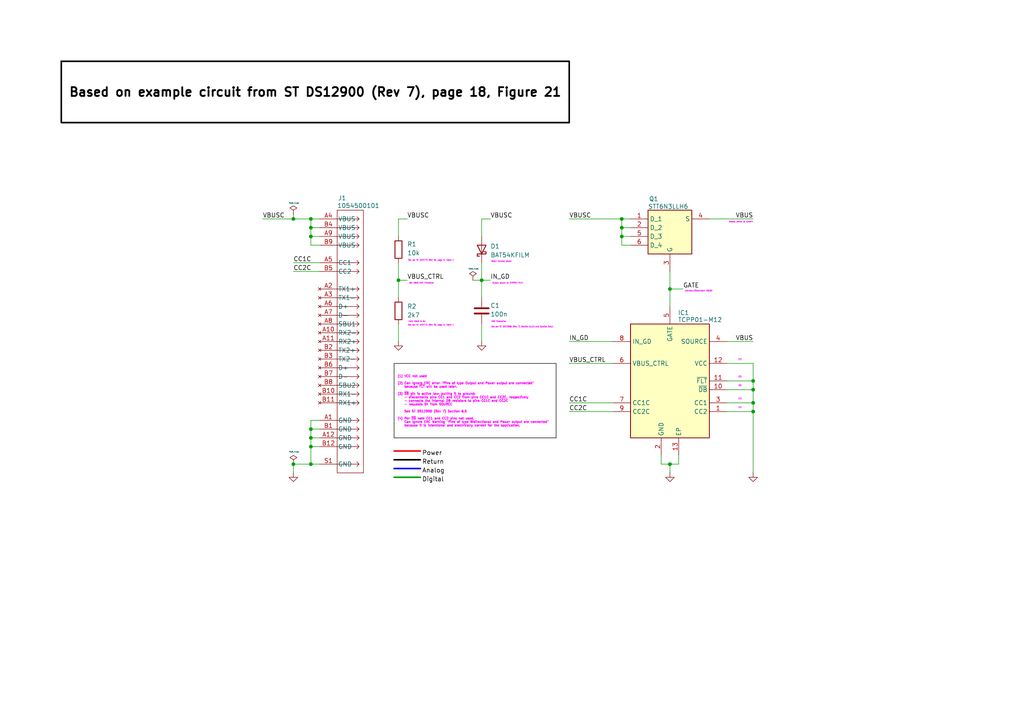
<source format=kicad_sch>
(kicad_sch
	(version 20250114)
	(generator "eeschema")
	(generator_version "9.0")
	(uuid "e907db63-6417-430f-a87e-53fd60175e8d")
	(paper "A4")
	(lib_symbols
		(symbol "Device:C"
			(pin_numbers
				(hide yes)
			)
			(pin_names
				(offset 0.254)
			)
			(exclude_from_sim no)
			(in_bom yes)
			(on_board yes)
			(property "Reference" "C"
				(at 0.635 2.54 0)
				(effects
					(font
						(size 1.27 1.27)
					)
					(justify left)
				)
			)
			(property "Value" "C"
				(at 0.635 -2.54 0)
				(effects
					(font
						(size 1.27 1.27)
					)
					(justify left)
				)
			)
			(property "Footprint" ""
				(at 0.9652 -3.81 0)
				(effects
					(font
						(size 1.27 1.27)
					)
					(hide yes)
				)
			)
			(property "Datasheet" "~"
				(at 0 0 0)
				(effects
					(font
						(size 1.27 1.27)
					)
					(hide yes)
				)
			)
			(property "Description" "Unpolarized capacitor"
				(at 0 0 0)
				(effects
					(font
						(size 1.27 1.27)
					)
					(hide yes)
				)
			)
			(property "ki_keywords" "cap capacitor"
				(at 0 0 0)
				(effects
					(font
						(size 1.27 1.27)
					)
					(hide yes)
				)
			)
			(property "ki_fp_filters" "C_*"
				(at 0 0 0)
				(effects
					(font
						(size 1.27 1.27)
					)
					(hide yes)
				)
			)
			(symbol "C_0_1"
				(polyline
					(pts
						(xy -2.032 0.762) (xy 2.032 0.762)
					)
					(stroke
						(width 0.508)
						(type default)
					)
					(fill
						(type none)
					)
				)
				(polyline
					(pts
						(xy -2.032 -0.762) (xy 2.032 -0.762)
					)
					(stroke
						(width 0.508)
						(type default)
					)
					(fill
						(type none)
					)
				)
			)
			(symbol "C_1_1"
				(pin passive line
					(at 0 3.81 270)
					(length 2.794)
					(name "~"
						(effects
							(font
								(size 1.27 1.27)
							)
						)
					)
					(number "1"
						(effects
							(font
								(size 1.27 1.27)
							)
						)
					)
				)
				(pin passive line
					(at 0 -3.81 90)
					(length 2.794)
					(name "~"
						(effects
							(font
								(size 1.27 1.27)
							)
						)
					)
					(number "2"
						(effects
							(font
								(size 1.27 1.27)
							)
						)
					)
				)
			)
			(embedded_fonts no)
		)
		(symbol "Device:R"
			(pin_numbers
				(hide yes)
			)
			(pin_names
				(offset 0)
			)
			(exclude_from_sim no)
			(in_bom yes)
			(on_board yes)
			(property "Reference" "R"
				(at 2.032 0 90)
				(effects
					(font
						(size 1.27 1.27)
					)
				)
			)
			(property "Value" "R"
				(at 0 0 90)
				(effects
					(font
						(size 1.27 1.27)
					)
				)
			)
			(property "Footprint" ""
				(at -1.778 0 90)
				(effects
					(font
						(size 1.27 1.27)
					)
					(hide yes)
				)
			)
			(property "Datasheet" "~"
				(at 0 0 0)
				(effects
					(font
						(size 1.27 1.27)
					)
					(hide yes)
				)
			)
			(property "Description" "Resistor"
				(at 0 0 0)
				(effects
					(font
						(size 1.27 1.27)
					)
					(hide yes)
				)
			)
			(property "ki_keywords" "R res resistor"
				(at 0 0 0)
				(effects
					(font
						(size 1.27 1.27)
					)
					(hide yes)
				)
			)
			(property "ki_fp_filters" "R_*"
				(at 0 0 0)
				(effects
					(font
						(size 1.27 1.27)
					)
					(hide yes)
				)
			)
			(symbol "R_0_1"
				(rectangle
					(start -1.016 -2.54)
					(end 1.016 2.54)
					(stroke
						(width 0.254)
						(type default)
					)
					(fill
						(type none)
					)
				)
			)
			(symbol "R_1_1"
				(pin passive line
					(at 0 3.81 270)
					(length 1.27)
					(name "~"
						(effects
							(font
								(size 1.27 1.27)
							)
						)
					)
					(number "1"
						(effects
							(font
								(size 1.27 1.27)
							)
						)
					)
				)
				(pin passive line
					(at 0 -3.81 90)
					(length 1.27)
					(name "~"
						(effects
							(font
								(size 1.27 1.27)
							)
						)
					)
					(number "2"
						(effects
							(font
								(size 1.27 1.27)
							)
						)
					)
				)
			)
			(embedded_fonts no)
		)
		(symbol "Personal:1054500101 PWR"
			(pin_names
				(offset 0.254)
			)
			(exclude_from_sim no)
			(in_bom yes)
			(on_board yes)
			(property "Reference" "J"
				(at -3.556 38.354 0)
				(do_not_autoplace)
				(effects
					(font
						(size 1.27 1.27)
					)
					(justify left bottom)
				)
			)
			(property "Value" "1054500101"
				(at -3.81 37.592 0)
				(do_not_autoplace)
				(effects
					(font
						(size 1.27 1.27)
					)
					(justify left top)
				)
			)
			(property "Footprint" "Connector_USB:USB_C_Receptacle_Molex_105450-0101"
				(at -3.81 64.008 0)
				(effects
					(font
						(size 1.27 1.27)
						(italic yes)
					)
					(hide yes)
				)
			)
			(property "Datasheet" "https://www.molex.com/en-us/products/part-detail-pdf/1054500101?display=pdf"
				(at 11.176 57.404 0)
				(effects
					(font
						(size 1.27 1.27)
						(italic yes)
					)
					(hide yes)
				)
			)
			(property "Description" "USB Type-C 24P receptacle for power only"
				(at -8.89 60.452 0)
				(effects
					(font
						(size 1.27 1.27)
					)
					(hide yes)
				)
			)
			(property "ki_keywords" "1054500101"
				(at 0 0 0)
				(effects
					(font
						(size 1.27 1.27)
					)
					(hide yes)
				)
			)
			(property "ki_fp_filters" "CONN_105450-0101_MOL"
				(at 0 0 0)
				(effects
					(font
						(size 1.27 1.27)
					)
					(hide yes)
				)
			)
			(symbol "1054500101 PWR_1_1"
				(rectangle
					(start -3.81 35.56)
					(end 3.81 -40.64)
					(stroke
						(width 0)
						(type default)
					)
					(fill
						(type none)
					)
				)
				(polyline
					(pts
						(xy -3.81 33.02) (xy 2.54 33.02)
					)
					(stroke
						(width 0)
						(type default)
					)
					(fill
						(type none)
					)
				)
				(polyline
					(pts
						(xy -3.81 30.48) (xy 2.54 30.48)
					)
					(stroke
						(width 0)
						(type default)
					)
					(fill
						(type none)
					)
				)
				(polyline
					(pts
						(xy -3.81 27.94) (xy 2.54 27.94)
					)
					(stroke
						(width 0)
						(type default)
					)
					(fill
						(type none)
					)
				)
				(polyline
					(pts
						(xy -3.81 25.4) (xy 2.54 25.4)
					)
					(stroke
						(width 0)
						(type default)
					)
					(fill
						(type none)
					)
				)
				(polyline
					(pts
						(xy -3.81 20.32) (xy 2.54 20.32)
					)
					(stroke
						(width 0)
						(type default)
					)
					(fill
						(type none)
					)
				)
				(polyline
					(pts
						(xy -3.81 17.78) (xy 2.54 17.78)
					)
					(stroke
						(width 0)
						(type default)
					)
					(fill
						(type none)
					)
				)
				(polyline
					(pts
						(xy -3.81 12.7) (xy 2.54 12.7)
					)
					(stroke
						(width 0)
						(type default)
					)
					(fill
						(type none)
					)
				)
				(polyline
					(pts
						(xy -3.81 10.16) (xy 2.54 10.16)
					)
					(stroke
						(width 0)
						(type default)
					)
					(fill
						(type none)
					)
				)
				(polyline
					(pts
						(xy -3.81 7.62) (xy 2.54 7.62)
					)
					(stroke
						(width 0)
						(type default)
					)
					(fill
						(type none)
					)
				)
				(polyline
					(pts
						(xy -3.81 5.08) (xy 2.54 5.08)
					)
					(stroke
						(width 0)
						(type default)
					)
					(fill
						(type none)
					)
				)
				(polyline
					(pts
						(xy -3.81 2.54) (xy 2.54 2.54)
					)
					(stroke
						(width 0)
						(type default)
					)
					(fill
						(type none)
					)
				)
				(polyline
					(pts
						(xy -3.81 0) (xy 2.54 0)
					)
					(stroke
						(width 0)
						(type default)
					)
					(fill
						(type none)
					)
				)
				(polyline
					(pts
						(xy -3.81 -2.54) (xy 2.54 -2.54)
					)
					(stroke
						(width 0)
						(type default)
					)
					(fill
						(type none)
					)
				)
				(polyline
					(pts
						(xy -3.81 -5.08) (xy 2.54 -5.08)
					)
					(stroke
						(width 0)
						(type default)
					)
					(fill
						(type none)
					)
				)
				(polyline
					(pts
						(xy -3.81 -7.62) (xy 2.54 -7.62)
					)
					(stroke
						(width 0)
						(type default)
					)
					(fill
						(type none)
					)
				)
				(polyline
					(pts
						(xy -3.81 -10.16) (xy 2.54 -10.16)
					)
					(stroke
						(width 0)
						(type default)
					)
					(fill
						(type none)
					)
				)
				(polyline
					(pts
						(xy -3.81 -12.7) (xy 2.54 -12.7)
					)
					(stroke
						(width 0)
						(type default)
					)
					(fill
						(type none)
					)
				)
				(polyline
					(pts
						(xy -3.81 -15.24) (xy 2.54 -15.24)
					)
					(stroke
						(width 0)
						(type default)
					)
					(fill
						(type none)
					)
				)
				(polyline
					(pts
						(xy -3.81 -17.78) (xy 2.54 -17.78)
					)
					(stroke
						(width 0)
						(type default)
					)
					(fill
						(type none)
					)
				)
				(polyline
					(pts
						(xy -3.81 -20.32) (xy 2.54 -20.32)
					)
					(stroke
						(width 0)
						(type default)
					)
					(fill
						(type none)
					)
				)
				(polyline
					(pts
						(xy -3.81 -25.4) (xy 2.54 -25.4)
					)
					(stroke
						(width 0)
						(type default)
					)
					(fill
						(type none)
					)
				)
				(polyline
					(pts
						(xy -3.81 -27.94) (xy 2.54 -27.94)
					)
					(stroke
						(width 0)
						(type default)
					)
					(fill
						(type none)
					)
				)
				(polyline
					(pts
						(xy -3.81 -30.48) (xy 2.54 -30.48)
					)
					(stroke
						(width 0)
						(type default)
					)
					(fill
						(type none)
					)
				)
				(polyline
					(pts
						(xy -3.81 -33.02) (xy 2.54 -33.02)
					)
					(stroke
						(width 0)
						(type default)
					)
					(fill
						(type none)
					)
				)
				(polyline
					(pts
						(xy -3.81 -38.1) (xy 2.54 -38.1)
					)
					(stroke
						(width 0)
						(type default)
					)
					(fill
						(type none)
					)
				)
				(polyline
					(pts
						(xy 1.905 33.655) (xy 2.54 33.02) (xy 1.905 32.385)
					)
					(stroke
						(width 0)
						(type default)
					)
					(fill
						(type none)
					)
				)
				(polyline
					(pts
						(xy 1.905 31.115) (xy 2.54 30.48) (xy 1.905 29.845)
					)
					(stroke
						(width 0)
						(type default)
					)
					(fill
						(type none)
					)
				)
				(polyline
					(pts
						(xy 1.905 28.575) (xy 2.54 27.94) (xy 1.905 27.305)
					)
					(stroke
						(width 0)
						(type default)
					)
					(fill
						(type none)
					)
				)
				(polyline
					(pts
						(xy 1.905 26.035) (xy 2.54 25.4) (xy 1.905 24.765)
					)
					(stroke
						(width 0)
						(type default)
					)
					(fill
						(type none)
					)
				)
				(polyline
					(pts
						(xy 1.905 20.955) (xy 2.54 20.32) (xy 1.905 19.685)
					)
					(stroke
						(width 0)
						(type default)
					)
					(fill
						(type none)
					)
				)
				(polyline
					(pts
						(xy 1.905 18.415) (xy 2.54 17.78) (xy 1.905 17.145)
					)
					(stroke
						(width 0)
						(type default)
					)
					(fill
						(type none)
					)
				)
				(polyline
					(pts
						(xy 1.905 13.335) (xy 2.54 12.7) (xy 1.905 12.065)
					)
					(stroke
						(width 0)
						(type default)
					)
					(fill
						(type none)
					)
				)
				(polyline
					(pts
						(xy 1.905 10.795) (xy 2.54 10.16) (xy 1.905 9.525)
					)
					(stroke
						(width 0)
						(type default)
					)
					(fill
						(type none)
					)
				)
				(polyline
					(pts
						(xy 1.905 8.255) (xy 2.54 7.62) (xy 1.905 6.985)
					)
					(stroke
						(width 0)
						(type default)
					)
					(fill
						(type none)
					)
				)
				(polyline
					(pts
						(xy 1.905 5.715) (xy 2.54 5.08) (xy 1.905 4.445)
					)
					(stroke
						(width 0)
						(type default)
					)
					(fill
						(type none)
					)
				)
				(polyline
					(pts
						(xy 1.905 3.175) (xy 2.54 2.54) (xy 1.905 1.905)
					)
					(stroke
						(width 0)
						(type default)
					)
					(fill
						(type none)
					)
				)
				(polyline
					(pts
						(xy 1.905 0.635) (xy 2.54 0) (xy 1.905 -0.635)
					)
					(stroke
						(width 0)
						(type default)
					)
					(fill
						(type none)
					)
				)
				(polyline
					(pts
						(xy 1.905 -1.905) (xy 2.54 -2.54) (xy 1.905 -3.175)
					)
					(stroke
						(width 0)
						(type default)
					)
					(fill
						(type none)
					)
				)
				(polyline
					(pts
						(xy 1.905 -4.445) (xy 2.54 -5.08) (xy 1.905 -5.715)
					)
					(stroke
						(width 0)
						(type default)
					)
					(fill
						(type none)
					)
				)
				(polyline
					(pts
						(xy 1.905 -6.985) (xy 2.54 -7.62) (xy 1.905 -8.255)
					)
					(stroke
						(width 0)
						(type default)
					)
					(fill
						(type none)
					)
				)
				(polyline
					(pts
						(xy 1.905 -9.525) (xy 2.54 -10.16) (xy 1.905 -10.795)
					)
					(stroke
						(width 0)
						(type default)
					)
					(fill
						(type none)
					)
				)
				(polyline
					(pts
						(xy 1.905 -12.065) (xy 2.54 -12.7) (xy 1.905 -13.335)
					)
					(stroke
						(width 0)
						(type default)
					)
					(fill
						(type none)
					)
				)
				(polyline
					(pts
						(xy 1.905 -14.605) (xy 2.54 -15.24) (xy 1.905 -15.875)
					)
					(stroke
						(width 0)
						(type default)
					)
					(fill
						(type none)
					)
				)
				(polyline
					(pts
						(xy 1.905 -17.145) (xy 2.54 -17.78) (xy 1.905 -18.415)
					)
					(stroke
						(width 0)
						(type default)
					)
					(fill
						(type none)
					)
				)
				(polyline
					(pts
						(xy 1.905 -19.685) (xy 2.54 -20.32) (xy 1.905 -20.955)
					)
					(stroke
						(width 0)
						(type default)
					)
					(fill
						(type none)
					)
				)
				(polyline
					(pts
						(xy 1.905 -24.765) (xy 2.54 -25.4) (xy 1.905 -26.035)
					)
					(stroke
						(width 0)
						(type default)
					)
					(fill
						(type none)
					)
				)
				(polyline
					(pts
						(xy 1.905 -27.305) (xy 2.54 -27.94) (xy 1.905 -28.575)
					)
					(stroke
						(width 0)
						(type default)
					)
					(fill
						(type none)
					)
				)
				(polyline
					(pts
						(xy 1.905 -29.845) (xy 2.54 -30.48) (xy 1.905 -31.115)
					)
					(stroke
						(width 0)
						(type default)
					)
					(fill
						(type none)
					)
				)
				(polyline
					(pts
						(xy 1.905 -32.385) (xy 2.54 -33.02) (xy 1.905 -33.655)
					)
					(stroke
						(width 0)
						(type default)
					)
					(fill
						(type none)
					)
				)
				(polyline
					(pts
						(xy 1.905 -37.465) (xy 2.54 -38.1) (xy 1.905 -38.735)
					)
					(stroke
						(width 0)
						(type default)
					)
					(fill
						(type none)
					)
				)
				(pin power_in line
					(at -8.89 33.02 0)
					(length 5.08)
					(name "VBUS"
						(effects
							(font
								(size 1.27 1.27)
							)
						)
					)
					(number "A4"
						(effects
							(font
								(size 1.27 1.27)
							)
						)
					)
				)
				(pin power_in line
					(at -8.89 30.48 0)
					(length 5.08)
					(name "VBUS"
						(effects
							(font
								(size 1.27 1.27)
							)
						)
					)
					(number "B4"
						(effects
							(font
								(size 1.27 1.27)
							)
						)
					)
				)
				(pin power_in line
					(at -8.89 27.94 0)
					(length 5.08)
					(name "VBUS"
						(effects
							(font
								(size 1.27 1.27)
							)
						)
					)
					(number "A9"
						(effects
							(font
								(size 1.27 1.27)
							)
						)
					)
				)
				(pin power_in line
					(at -8.89 25.4 0)
					(length 5.08)
					(name "VBUS"
						(effects
							(font
								(size 1.27 1.27)
							)
						)
					)
					(number "B9"
						(effects
							(font
								(size 1.27 1.27)
							)
						)
					)
				)
				(pin bidirectional line
					(at -8.89 20.32 0)
					(length 5.08)
					(name "CC1"
						(effects
							(font
								(size 1.27 1.27)
							)
						)
					)
					(number "A5"
						(effects
							(font
								(size 1.27 1.27)
							)
						)
					)
				)
				(pin bidirectional line
					(at -8.89 17.78 0)
					(length 5.08)
					(name "CC2"
						(effects
							(font
								(size 1.27 1.27)
							)
						)
					)
					(number "B5"
						(effects
							(font
								(size 1.27 1.27)
							)
						)
					)
				)
				(pin no_connect line
					(at -8.89 12.7 0)
					(length 5.08)
					(name "TX1+"
						(effects
							(font
								(size 1.27 1.27)
							)
						)
					)
					(number "A2"
						(effects
							(font
								(size 1.27 1.27)
							)
						)
					)
				)
				(pin no_connect line
					(at -8.89 10.16 0)
					(length 5.08)
					(name "TX1-"
						(effects
							(font
								(size 1.27 1.27)
							)
						)
					)
					(number "A3"
						(effects
							(font
								(size 1.27 1.27)
							)
						)
					)
				)
				(pin no_connect line
					(at -8.89 7.62 0)
					(length 5.08)
					(name "D+"
						(effects
							(font
								(size 1.27 1.27)
							)
						)
					)
					(number "A6"
						(effects
							(font
								(size 1.27 1.27)
							)
						)
					)
				)
				(pin no_connect line
					(at -8.89 5.08 0)
					(length 5.08)
					(name "D-"
						(effects
							(font
								(size 1.27 1.27)
							)
						)
					)
					(number "A7"
						(effects
							(font
								(size 1.27 1.27)
							)
						)
					)
				)
				(pin no_connect line
					(at -8.89 2.54 0)
					(length 5.08)
					(name "SBU1"
						(effects
							(font
								(size 1.27 1.27)
							)
						)
					)
					(number "A8"
						(effects
							(font
								(size 1.27 1.27)
							)
						)
					)
				)
				(pin no_connect line
					(at -8.89 0 0)
					(length 5.08)
					(name "RX2-"
						(effects
							(font
								(size 1.27 1.27)
							)
						)
					)
					(number "A10"
						(effects
							(font
								(size 1.27 1.27)
							)
						)
					)
				)
				(pin no_connect line
					(at -8.89 -2.54 0)
					(length 5.08)
					(name "RX2+"
						(effects
							(font
								(size 1.27 1.27)
							)
						)
					)
					(number "A11"
						(effects
							(font
								(size 1.27 1.27)
							)
						)
					)
				)
				(pin no_connect line
					(at -8.89 -5.08 0)
					(length 5.08)
					(name "TX2+"
						(effects
							(font
								(size 1.27 1.27)
							)
						)
					)
					(number "B2"
						(effects
							(font
								(size 1.27 1.27)
							)
						)
					)
				)
				(pin no_connect line
					(at -8.89 -7.62 0)
					(length 5.08)
					(name "TX2-"
						(effects
							(font
								(size 1.27 1.27)
							)
						)
					)
					(number "B3"
						(effects
							(font
								(size 1.27 1.27)
							)
						)
					)
				)
				(pin no_connect line
					(at -8.89 -10.16 0)
					(length 5.08)
					(name "D+"
						(effects
							(font
								(size 1.27 1.27)
							)
						)
					)
					(number "B6"
						(effects
							(font
								(size 1.27 1.27)
							)
						)
					)
				)
				(pin no_connect line
					(at -8.89 -12.7 0)
					(length 5.08)
					(name "D-"
						(effects
							(font
								(size 1.27 1.27)
							)
						)
					)
					(number "B7"
						(effects
							(font
								(size 1.27 1.27)
							)
						)
					)
				)
				(pin no_connect line
					(at -8.89 -15.24 0)
					(length 5.08)
					(name "SBU2"
						(effects
							(font
								(size 1.27 1.27)
							)
						)
					)
					(number "B8"
						(effects
							(font
								(size 1.27 1.27)
							)
						)
					)
				)
				(pin no_connect line
					(at -8.89 -17.78 0)
					(length 5.08)
					(name "RX1-"
						(effects
							(font
								(size 1.27 1.27)
							)
						)
					)
					(number "B10"
						(effects
							(font
								(size 1.27 1.27)
							)
						)
					)
				)
				(pin no_connect line
					(at -8.89 -20.32 0)
					(length 5.08)
					(name "RX1+"
						(effects
							(font
								(size 1.27 1.27)
							)
						)
					)
					(number "B11"
						(effects
							(font
								(size 1.27 1.27)
							)
						)
					)
				)
				(pin power_in line
					(at -8.89 -25.4 0)
					(length 5.08)
					(name "GND"
						(effects
							(font
								(size 1.27 1.27)
							)
						)
					)
					(number "A1"
						(effects
							(font
								(size 1.27 1.27)
							)
						)
					)
				)
				(pin power_in line
					(at -8.89 -27.94 0)
					(length 5.08)
					(name "GND"
						(effects
							(font
								(size 1.27 1.27)
							)
						)
					)
					(number "B1"
						(effects
							(font
								(size 1.27 1.27)
							)
						)
					)
				)
				(pin power_in line
					(at -8.89 -30.48 0)
					(length 5.08)
					(name "GND"
						(effects
							(font
								(size 1.27 1.27)
							)
						)
					)
					(number "A12"
						(effects
							(font
								(size 1.27 1.27)
							)
						)
					)
				)
				(pin power_in line
					(at -8.89 -33.02 0)
					(length 5.08)
					(name "GND"
						(effects
							(font
								(size 1.27 1.27)
							)
						)
					)
					(number "B12"
						(effects
							(font
								(size 1.27 1.27)
							)
						)
					)
				)
				(pin power_in line
					(at -8.89 -38.1 0)
					(length 5.08)
					(name "GND"
						(effects
							(font
								(size 1.27 1.27)
							)
						)
					)
					(number "S1"
						(effects
							(font
								(size 1.27 1.27)
							)
						)
					)
				)
			)
			(embedded_fonts no)
		)
		(symbol "Personal:BAT54KFILM"
			(pin_numbers
				(hide yes)
			)
			(pin_names
				(offset 1.016)
				(hide yes)
			)
			(exclude_from_sim no)
			(in_bom yes)
			(on_board yes)
			(property "Reference" "D2"
				(at 0.9526 -2.54 90)
				(effects
					(font
						(size 1.27 1.27)
					)
					(justify right)
				)
			)
			(property "Value" "BAT54KFILM"
				(at -1.5874 -2.54 90)
				(effects
					(font
						(size 1.27 1.27)
					)
					(justify right)
				)
			)
			(property "Footprint" "SamacSys:SODFL1608X70N"
				(at 0 0 0)
				(effects
					(font
						(size 1.27 1.27)
					)
					(hide yes)
				)
			)
			(property "Datasheet" "http://www.st.com/web/en/resource/technical/document/datasheet/CD00001322.pdf"
				(at 0 0 0)
				(effects
					(font
						(size 1.27 1.27)
					)
					(hide yes)
				)
			)
			(property "Description" "BAT54KFILM, Schottky Diode,  0.3A max, 40V 5ns, 2-Pin, SOD-523"
				(at 0 0 0)
				(effects
					(font
						(size 1.27 1.27)
					)
					(hide yes)
				)
			)
			(property "ki_keywords" "diode Schottky"
				(at 0 0 0)
				(effects
					(font
						(size 1.27 1.27)
					)
					(hide yes)
				)
			)
			(property "ki_fp_filters" "TO-???* *_Diode_* *SingleDiode* D_*"
				(at 0 0 0)
				(effects
					(font
						(size 1.27 1.27)
					)
					(hide yes)
				)
			)
			(symbol "BAT54KFILM_0_1"
				(polyline
					(pts
						(xy -1.905 0.635) (xy -1.905 1.27) (xy -1.27 1.27) (xy -1.27 -1.27) (xy -0.635 -1.27) (xy -0.635 -0.635)
					)
					(stroke
						(width 0.254)
						(type default)
					)
					(fill
						(type none)
					)
				)
				(polyline
					(pts
						(xy 1.27 1.27) (xy 1.27 -1.27) (xy -1.27 0) (xy 1.27 1.27)
					)
					(stroke
						(width 0.254)
						(type default)
					)
					(fill
						(type none)
					)
				)
				(polyline
					(pts
						(xy 1.27 0) (xy -1.27 0)
					)
					(stroke
						(width 0)
						(type default)
					)
					(fill
						(type none)
					)
				)
			)
			(symbol "BAT54KFILM_1_1"
				(pin passive line
					(at -3.81 0 0)
					(length 2.54)
					(name "K"
						(effects
							(font
								(size 1.27 1.27)
							)
						)
					)
					(number "1"
						(effects
							(font
								(size 1.27 1.27)
							)
						)
					)
				)
				(pin passive line
					(at 3.81 0 180)
					(length 2.54)
					(name "A"
						(effects
							(font
								(size 1.27 1.27)
							)
						)
					)
					(number "2"
						(effects
							(font
								(size 1.27 1.27)
							)
						)
					)
				)
			)
			(embedded_fonts no)
		)
		(symbol "Personal:STT6N3LLH6"
			(exclude_from_sim no)
			(in_bom yes)
			(on_board yes)
			(property "Reference" "Q"
				(at -6.096 11.684 0)
				(effects
					(font
						(size 1.27 1.27)
					)
					(justify left top)
				)
			)
			(property "Value" "STT6N3LLH6"
				(at -6.096 9.144 0)
				(effects
					(font
						(size 1.27 1.27)
					)
					(justify left top)
				)
			)
			(property "Footprint" "SamacSys:SOT95P280X125-6N"
				(at 21.59 -94.92 0)
				(effects
					(font
						(size 1.27 1.27)
					)
					(justify left top)
					(hide yes)
				)
			)
			(property "Datasheet" "https://www.st.com/resource/zh/datasheet/stt6n3llh6.pdf"
				(at 21.59 -194.92 0)
				(effects
					(font
						(size 1.27 1.27)
					)
					(justify left top)
					(hide yes)
				)
			)
			(property "Description" "STMicroelectronics STT6N3LLH6 N-channel MOSFET Transistor, 6 A, 30 V, 6-Pin SOT-23"
				(at 0.762 33.274 0)
				(effects
					(font
						(size 1.27 1.27)
					)
					(hide yes)
				)
			)
			(property "Height" "1.25"
				(at 21.59 -394.92 0)
				(effects
					(font
						(size 1.27 1.27)
					)
					(justify left top)
					(hide yes)
				)
			)
			(property "Manufacturer_Name" "STMicroelectronics"
				(at 21.59 -494.92 0)
				(effects
					(font
						(size 1.27 1.27)
					)
					(justify left top)
					(hide yes)
				)
			)
			(property "Manufacturer_Part_Number" "STT6N3LLH6"
				(at 21.59 -594.92 0)
				(effects
					(font
						(size 1.27 1.27)
					)
					(justify left top)
					(hide yes)
				)
			)
			(property "Mouser Part Number" "511-STT6N3LLH6"
				(at 21.59 -694.92 0)
				(effects
					(font
						(size 1.27 1.27)
					)
					(justify left top)
					(hide yes)
				)
			)
			(property "Mouser Price/Stock" "https://www.mouser.co.uk/ProductDetail/STMicroelectronics/STT6N3LLH6?qs=YSOPt8%2FV4ynZzwvJjJ%252BcBQ%3D%3D"
				(at 21.59 -794.92 0)
				(effects
					(font
						(size 1.27 1.27)
					)
					(justify left top)
					(hide yes)
				)
			)
			(property "Arrow Part Number" "STT6N3LLH6"
				(at 21.59 -894.92 0)
				(effects
					(font
						(size 1.27 1.27)
					)
					(justify left top)
					(hide yes)
				)
			)
			(property "Arrow Price/Stock" "https://www.arrow.com/en/products/stt6n3llh6/stmicroelectronics?region=nac"
				(at 21.59 -994.92 0)
				(effects
					(font
						(size 1.27 1.27)
					)
					(justify left top)
					(hide yes)
				)
			)
			(symbol "STT6N3LLH6_1_1"
				(rectangle
					(start -6.35 6.35)
					(end 6.35 -6.35)
					(stroke
						(width 0.254)
						(type default)
					)
					(fill
						(type background)
					)
				)
				(pin power_in line
					(at -11.43 3.81 0)
					(length 5.08)
					(name "D_1"
						(effects
							(font
								(size 1.27 1.27)
							)
						)
					)
					(number "1"
						(effects
							(font
								(size 1.27 1.27)
							)
						)
					)
				)
				(pin power_in line
					(at -11.43 1.27 0)
					(length 5.08)
					(name "D_2"
						(effects
							(font
								(size 1.27 1.27)
							)
						)
					)
					(number "2"
						(effects
							(font
								(size 1.27 1.27)
							)
						)
					)
				)
				(pin power_in line
					(at -11.43 -1.27 0)
					(length 5.08)
					(name "D_3"
						(effects
							(font
								(size 1.27 1.27)
							)
						)
					)
					(number "5"
						(effects
							(font
								(size 1.27 1.27)
							)
						)
					)
				)
				(pin power_in line
					(at -11.43 -3.81 0)
					(length 5.08)
					(name "D_4"
						(effects
							(font
								(size 1.27 1.27)
							)
						)
					)
					(number "6"
						(effects
							(font
								(size 1.27 1.27)
							)
						)
					)
				)
				(pin input line
					(at 0 -11.43 90)
					(length 5.08)
					(name "G"
						(effects
							(font
								(size 1.27 1.27)
							)
						)
					)
					(number "3"
						(effects
							(font
								(size 1.27 1.27)
							)
						)
					)
				)
				(pin power_out line
					(at 11.43 3.81 180)
					(length 5.08)
					(name "S"
						(effects
							(font
								(size 1.27 1.27)
							)
						)
					)
					(number "4"
						(effects
							(font
								(size 1.27 1.27)
							)
						)
					)
				)
			)
			(embedded_fonts no)
		)
		(symbol "Personal:TCPP01-M12"
			(exclude_from_sim no)
			(in_bom yes)
			(on_board yes)
			(property "Reference" "IC"
				(at 2.286 19.05 0)
				(do_not_autoplace)
				(effects
					(font
						(size 1.27 1.27)
					)
					(justify left bottom)
				)
			)
			(property "Value" "TCPP01-M12"
				(at 2.286 17.018 0)
				(do_not_autoplace)
				(effects
					(font
						(size 1.27 1.27)
					)
					(justify left bottom)
				)
			)
			(property "Footprint" "SamacSys:QFN50P300X300X100-13N-D"
				(at 24.13 -87.3 0)
				(effects
					(font
						(size 1.27 1.27)
					)
					(justify left top)
					(hide yes)
				)
			)
			(property "Datasheet" "https://www.st.com/resource/en/datasheet/tcpp01-m12.pdf"
				(at 24.13 -187.3 0)
				(effects
					(font
						(size 1.27 1.27)
					)
					(justify left top)
					(hide yes)
				)
			)
			(property "Description" "USB type-C port protection"
				(at -20.32 34.29 0)
				(effects
					(font
						(size 1.27 1.27)
					)
					(hide yes)
				)
			)
			(property "Height" "1"
				(at 24.13 -387.3 0)
				(effects
					(font
						(size 1.27 1.27)
					)
					(justify left top)
					(hide yes)
				)
			)
			(property "Manufacturer_Name" "STMicroelectronics"
				(at 24.13 -487.3 0)
				(effects
					(font
						(size 1.27 1.27)
					)
					(justify left top)
					(hide yes)
				)
			)
			(property "Manufacturer_Part_Number" "TCPP01-M12"
				(at 24.13 -587.3 0)
				(effects
					(font
						(size 1.27 1.27)
					)
					(justify left top)
					(hide yes)
				)
			)
			(property "Mouser Part Number" "511-TCPP01-M12"
				(at 24.13 -687.3 0)
				(effects
					(font
						(size 1.27 1.27)
					)
					(justify left top)
					(hide yes)
				)
			)
			(property "Mouser Price/Stock" "https://www.mouser.co.uk/ProductDetail/STMicroelectronics/TCPP01-M12?qs=%252B6g0mu59x7KCafIwapwG2A%3D%3D"
				(at 24.13 -787.3 0)
				(effects
					(font
						(size 1.27 1.27)
					)
					(justify left top)
					(hide yes)
				)
			)
			(property "Arrow Part Number" "TCPP01-M12"
				(at 24.13 -887.3 0)
				(effects
					(font
						(size 1.27 1.27)
					)
					(justify left top)
					(hide yes)
				)
			)
			(property "Arrow Price/Stock" "https://www.arrow.com/en/products/tcpp01-m12/stmicroelectronics?utm_currency=USD&region=europe"
				(at 24.13 -987.3 0)
				(effects
					(font
						(size 1.27 1.27)
					)
					(justify left top)
					(hide yes)
				)
			)
			(symbol "TCPP01-M12_1_1"
				(rectangle
					(start -11.43 16.51)
					(end 11.43 -16.51)
					(stroke
						(width 0.254)
						(type default)
					)
					(fill
						(type background)
					)
				)
				(pin power_in line
					(at -16.51 11.43 0)
					(length 5.08)
					(name "IN_GD"
						(effects
							(font
								(size 1.27 1.27)
							)
						)
					)
					(number "8"
						(effects
							(font
								(size 1.27 1.27)
							)
						)
					)
				)
				(pin input line
					(at -16.51 5.08 0)
					(length 5.08)
					(name "VBUS_CTRL"
						(effects
							(font
								(size 1.27 1.27)
							)
						)
					)
					(number "6"
						(effects
							(font
								(size 1.27 1.27)
							)
						)
					)
				)
				(pin bidirectional line
					(at -16.51 -6.35 0)
					(length 5.08)
					(name "CC1C"
						(effects
							(font
								(size 1.27 1.27)
							)
						)
					)
					(number "7"
						(effects
							(font
								(size 1.27 1.27)
							)
						)
					)
				)
				(pin bidirectional line
					(at -16.51 -8.89 0)
					(length 5.08)
					(name "CC2C"
						(effects
							(font
								(size 1.27 1.27)
							)
						)
					)
					(number "9"
						(effects
							(font
								(size 1.27 1.27)
							)
						)
					)
				)
				(pin power_in line
					(at -2.54 -21.59 90)
					(length 5.08)
					(name "GND"
						(effects
							(font
								(size 1.27 1.27)
							)
						)
					)
					(number "2"
						(effects
							(font
								(size 1.27 1.27)
							)
						)
					)
				)
				(pin output line
					(at 0 21.59 270)
					(length 5.08)
					(name "GATE"
						(effects
							(font
								(size 1.27 1.27)
							)
						)
					)
					(number "5"
						(effects
							(font
								(size 1.27 1.27)
							)
						)
					)
				)
				(pin power_in line
					(at 2.54 -21.59 90)
					(length 5.08)
					(name "EP"
						(effects
							(font
								(size 1.27 1.27)
							)
						)
					)
					(number "13"
						(effects
							(font
								(size 1.27 1.27)
							)
						)
					)
				)
				(pin power_in line
					(at 16.51 11.43 180)
					(length 5.08)
					(name "SOURCE"
						(effects
							(font
								(size 1.27 1.27)
							)
						)
					)
					(number "4"
						(effects
							(font
								(size 1.27 1.27)
							)
						)
					)
				)
				(pin power_in line
					(at 16.51 5.08 180)
					(length 5.08)
					(name "VCC"
						(effects
							(font
								(size 1.27 1.27)
							)
						)
					)
					(number "12"
						(effects
							(font
								(size 1.27 1.27)
							)
						)
					)
				)
				(pin output line
					(at 16.51 0 180)
					(length 5.08)
					(name "~{FLT}"
						(effects
							(font
								(size 1.27 1.27)
							)
						)
					)
					(number "11"
						(effects
							(font
								(size 1.27 1.27)
							)
						)
					)
				)
				(pin input line
					(at 16.51 -2.54 180)
					(length 5.08)
					(name "~{DB}"
						(effects
							(font
								(size 1.27 1.27)
							)
						)
					)
					(number "10"
						(effects
							(font
								(size 1.27 1.27)
							)
						)
					)
				)
				(pin bidirectional line
					(at 16.51 -6.35 180)
					(length 5.08)
					(name "CC1"
						(effects
							(font
								(size 1.27 1.27)
							)
						)
					)
					(number "3"
						(effects
							(font
								(size 1.27 1.27)
							)
						)
					)
				)
				(pin bidirectional line
					(at 16.51 -8.89 180)
					(length 5.08)
					(name "CC2"
						(effects
							(font
								(size 1.27 1.27)
							)
						)
					)
					(number "1"
						(effects
							(font
								(size 1.27 1.27)
							)
						)
					)
				)
			)
			(embedded_fonts no)
		)
		(symbol "power:GND"
			(power)
			(pin_numbers
				(hide yes)
			)
			(pin_names
				(offset 0)
				(hide yes)
			)
			(exclude_from_sim no)
			(in_bom yes)
			(on_board yes)
			(property "Reference" "#PWR"
				(at 0 -6.35 0)
				(effects
					(font
						(size 1.27 1.27)
					)
					(hide yes)
				)
			)
			(property "Value" "GND"
				(at 0 -3.81 0)
				(effects
					(font
						(size 1.27 1.27)
					)
				)
			)
			(property "Footprint" ""
				(at 0 0 0)
				(effects
					(font
						(size 1.27 1.27)
					)
					(hide yes)
				)
			)
			(property "Datasheet" ""
				(at 0 0 0)
				(effects
					(font
						(size 1.27 1.27)
					)
					(hide yes)
				)
			)
			(property "Description" "Power symbol creates a global label with name \"GND\" , ground"
				(at 0 0 0)
				(effects
					(font
						(size 1.27 1.27)
					)
					(hide yes)
				)
			)
			(property "ki_keywords" "global power"
				(at 0 0 0)
				(effects
					(font
						(size 1.27 1.27)
					)
					(hide yes)
				)
			)
			(symbol "GND_0_1"
				(polyline
					(pts
						(xy 0 0) (xy 0 -1.27) (xy 1.27 -1.27) (xy 0 -2.54) (xy -1.27 -1.27) (xy 0 -1.27)
					)
					(stroke
						(width 0)
						(type default)
					)
					(fill
						(type none)
					)
				)
			)
			(symbol "GND_1_1"
				(pin power_in line
					(at 0 0 270)
					(length 0)
					(name "~"
						(effects
							(font
								(size 1.27 1.27)
							)
						)
					)
					(number "1"
						(effects
							(font
								(size 1.27 1.27)
							)
						)
					)
				)
			)
			(embedded_fonts no)
		)
		(symbol "power:PWR_FLAG"
			(power)
			(pin_numbers
				(hide yes)
			)
			(pin_names
				(offset 0)
				(hide yes)
			)
			(exclude_from_sim no)
			(in_bom yes)
			(on_board yes)
			(property "Reference" "#FLG"
				(at 0 1.905 0)
				(effects
					(font
						(size 1.27 1.27)
					)
					(hide yes)
				)
			)
			(property "Value" "PWR_FLAG"
				(at 0 3.81 0)
				(effects
					(font
						(size 1.27 1.27)
					)
				)
			)
			(property "Footprint" ""
				(at 0 0 0)
				(effects
					(font
						(size 1.27 1.27)
					)
					(hide yes)
				)
			)
			(property "Datasheet" "~"
				(at 0 0 0)
				(effects
					(font
						(size 1.27 1.27)
					)
					(hide yes)
				)
			)
			(property "Description" "Special symbol for telling ERC where power comes from"
				(at 0 0 0)
				(effects
					(font
						(size 1.27 1.27)
					)
					(hide yes)
				)
			)
			(property "ki_keywords" "flag power"
				(at 0 0 0)
				(effects
					(font
						(size 1.27 1.27)
					)
					(hide yes)
				)
			)
			(symbol "PWR_FLAG_0_0"
				(pin power_out line
					(at 0 0 90)
					(length 0)
					(name "~"
						(effects
							(font
								(size 1.27 1.27)
							)
						)
					)
					(number "1"
						(effects
							(font
								(size 1.27 1.27)
							)
						)
					)
				)
			)
			(symbol "PWR_FLAG_0_1"
				(polyline
					(pts
						(xy 0 0) (xy 0 1.27) (xy -1.016 1.905) (xy 0 2.54) (xy 1.016 1.905) (xy 0 1.27)
					)
					(stroke
						(width 0)
						(type default)
					)
					(fill
						(type none)
					)
				)
			)
			(embedded_fonts no)
		)
	)
	(text "Analog"
		(exclude_from_sim no)
		(at 122.428 135.89 0)
		(effects
			(font
				(size 1.27 1.27)
				(color 0 0 0 1)
			)
			(justify left top)
		)
		(uuid "292e7009-15f7-4a62-8bb9-9efdb223d643")
	)
	(text "(1)"
		(exclude_from_sim no)
		(at 214.122 104.14 0)
		(effects
			(font
				(size 0.381 0.381)
				(color 255 0 255 1)
			)
			(justify left top)
		)
		(uuid "6e8bbe0a-6a76-4bdc-b2bc-8166c38b9eca")
	)
	(text "(4)"
		(exclude_from_sim no)
		(at 214.122 115.57 0)
		(effects
			(font
				(size 0.381 0.381)
				(color 255 0 255 1)
			)
			(justify left top)
		)
		(uuid "8c2919ce-43e7-45d6-a8a9-40fb1753ddbc")
	)
	(text "(4)"
		(exclude_from_sim no)
		(at 214.122 118.11 0)
		(effects
			(font
				(size 0.381 0.381)
				(color 255 0 255 1)
			)
			(justify left top)
		)
		(uuid "9372b1e8-85f7-4ca8-a199-93f27ff81565")
	)
	(text "Return"
		(exclude_from_sim no)
		(at 122.428 133.35 0)
		(effects
			(font
				(size 1.27 1.27)
				(color 0 0 0 1)
			)
			(justify left top)
		)
		(uuid "abde556b-37a3-496f-aa6b-0c5bf1fb3b88")
	)
	(text "(3)"
		(exclude_from_sim no)
		(at 214.122 111.76 0)
		(effects
			(font
				(size 0.381 0.381)
				(color 255 0 255 1)
			)
			(justify left top)
		)
		(uuid "ac4d8767-99a1-4a90-8ced-c4a55259ade1")
	)
	(text "(2)"
		(exclude_from_sim no)
		(at 214.122 109.22 0)
		(effects
			(font
				(size 0.381 0.381)
				(color 255 0 255 1)
			)
			(justify left top)
		)
		(uuid "acb34c4a-d179-4371-aa12-87ddbecd2162")
	)
	(text "Digital"
		(exclude_from_sim no)
		(at 122.428 138.43 0)
		(effects
			(font
				(size 1.27 1.27)
				(color 0 0 0 1)
			)
			(justify left top)
		)
		(uuid "ba6bd077-2e5b-424d-aa12-5fc86e1b0ca3")
	)
	(text "Power"
		(exclude_from_sim no)
		(at 122.428 130.81 0)
		(effects
			(font
				(size 1.27 1.27)
				(color 0 0 0 1)
			)
			(justify left top)
		)
		(uuid "d95f2180-bf8a-4b2f-b249-932583aabcfd")
	)
	(text_box "(1) VCC not used\n\n(2) Can ignore ERC error \"Pins of type Output and Power output are connected\"\n    because ~{FLT} will be used later.\n\n(3) ~{DB} pin is active low; pulling it to ground:\n    - disconnects pins CC1 and CC2 from pins CC1C and CC2C, respectively\n    - connects the internal DB resistors to pins CC1C and CC2C\n    - requests 5V from SOURCE\n\n    See ST DS12900 (Rev 7) Section 6.5\n\n(4) Per ~{DB} note CC1 and CC2 pins not used.\n    Can ignore ERC Warning \"Pins of type Bidirectional and Power output are connected\"\n    because it is intentional and electrically correct for the application."
		(exclude_from_sim no)
		(at 114.3 105.41 0)
		(size 46.99 21.59)
		(margins 0.9525 0.9525 0.9525 0.9525)
		(stroke
			(width 0)
			(type solid)
			(color 0 0 0 1)
		)
		(fill
			(type none)
		)
		(effects
			(font
				(size 0.635 0.635)
				(color 255 0 255 1)
			)
			(justify left)
		)
		(uuid "06e993d4-f57e-4998-91c4-e594d6427a4a")
	)
	(text_box "Based on example circuit from ST DS12900 (Rev 7), page 18, Figure 21"
		(exclude_from_sim no)
		(at 17.78 17.78 0)
		(size 147.32 17.78)
		(margins 0.9525 0.9525 0.9525 0.9525)
		(stroke
			(width 0.4572)
			(type solid)
			(color 0 0 0 1)
		)
		(fill
			(type none)
		)
		(effects
			(font
				(size 2.54 2.54)
				(thickness 0.508)
				(bold yes)
				(color 0 0 0 1)
			)
		)
		(uuid "b7f7cd7e-e024-46fb-8d66-022d38ce5ea0")
	)
	(junction
		(at 85.09 63.5)
		(diameter 0)
		(color 0 0 0 0)
		(uuid "3e647de6-b37a-4c01-bc6d-3a6edc126be3")
	)
	(junction
		(at 90.17 66.04)
		(diameter 0)
		(color 0 0 0 0)
		(uuid "4126876a-7731-494a-8c91-707296c3e1b1")
	)
	(junction
		(at 85.09 134.62)
		(diameter 0)
		(color 0 0 0 0)
		(uuid "49ef358b-ebe8-4f92-acd7-6a2f2c481226")
	)
	(junction
		(at 90.17 68.58)
		(diameter 0)
		(color 0 0 0 0)
		(uuid "4dba2db3-596f-44d5-adcc-b27622362a5c")
	)
	(junction
		(at 180.34 68.58)
		(diameter 0)
		(color 0 0 0 0)
		(uuid "50f54b44-4826-4326-81b2-7cd8b5092024")
	)
	(junction
		(at 90.17 127)
		(diameter 0)
		(color 0 0 0 0)
		(uuid "568155c5-991f-4cbd-943b-210af8941ba0")
	)
	(junction
		(at 90.17 124.46)
		(diameter 0)
		(color 0 0 0 0)
		(uuid "6765d59a-1daf-46ca-9b4e-0c7538ff4944")
	)
	(junction
		(at 90.17 63.5)
		(diameter 0)
		(color 0 0 0 0)
		(uuid "6a3d2fb3-3dc5-4d10-997b-488a1ee73c75")
	)
	(junction
		(at 139.7 81.28)
		(diameter 0)
		(color 0 0 0 0)
		(uuid "6c98507d-f339-4d21-aa31-33577243c85e")
	)
	(junction
		(at 218.44 110.49)
		(diameter 0)
		(color 0 0 0 0)
		(uuid "8de9bbb0-7f81-4b6a-97c8-c49a5f043b06")
	)
	(junction
		(at 180.34 66.04)
		(diameter 0)
		(color 0 0 0 0)
		(uuid "9633bcd1-f6b4-46a7-8c2b-32f542b705da")
	)
	(junction
		(at 90.17 129.54)
		(diameter 0)
		(color 0 0 0 0)
		(uuid "a7c7330e-03e7-479b-9287-27a3999c8739")
	)
	(junction
		(at 194.31 134.62)
		(diameter 0)
		(color 0 0 0 0)
		(uuid "adcf9245-54c9-4750-adba-6af8ca870dec")
	)
	(junction
		(at 115.57 81.28)
		(diameter 0)
		(color 0 0 0 0)
		(uuid "b21b5884-f59b-4aed-98d1-944aaa5366f7")
	)
	(junction
		(at 218.44 113.03)
		(diameter 0)
		(color 0 0 0 0)
		(uuid "c0e2e7d2-2fbf-42db-b287-aa8436f22fce")
	)
	(junction
		(at 90.17 134.62)
		(diameter 0)
		(color 0 0 0 0)
		(uuid "c5b3ed79-af27-471d-b42a-f5938654e031")
	)
	(junction
		(at 180.34 63.5)
		(diameter 0)
		(color 0 0 0 0)
		(uuid "de3d36ff-b639-401a-833b-4a81eb00502c")
	)
	(junction
		(at 218.44 116.84)
		(diameter 0)
		(color 0 0 0 0)
		(uuid "e16ce7a8-6574-4f87-a648-d650c875df76")
	)
	(junction
		(at 194.31 83.82)
		(diameter 0)
		(color 0 0 0 0)
		(uuid "eb4c8253-3cb1-4f65-9f47-7b0f4966e836")
	)
	(junction
		(at 218.44 119.38)
		(diameter 0)
		(color 0 0 0 0)
		(uuid "f181a67b-1e2a-4623-9d1e-d3313648fd10")
	)
	(wire
		(pts
			(xy 139.7 81.28) (xy 139.7 86.36)
		)
		(stroke
			(width 0)
			(type default)
		)
		(uuid "0d06e55c-0e5f-476c-8466-e8dd45b7e076")
	)
	(wire
		(pts
			(xy 139.7 68.58) (xy 139.7 63.5)
		)
		(stroke
			(width 0)
			(type default)
		)
		(uuid "0f9afebf-fe35-4587-a283-b08117c8fbf1")
	)
	(wire
		(pts
			(xy 180.34 63.5) (xy 182.88 63.5)
		)
		(stroke
			(width 0)
			(type default)
		)
		(uuid "1127bc0b-9cdc-4362-962d-383a144a8c92")
	)
	(wire
		(pts
			(xy 139.7 76.2) (xy 139.7 81.28)
		)
		(stroke
			(width 0)
			(type default)
		)
		(uuid "16984b2d-9413-4803-b616-63b3ddce70e3")
	)
	(wire
		(pts
			(xy 90.17 63.5) (xy 92.71 63.5)
		)
		(stroke
			(width 0)
			(type default)
		)
		(uuid "18208aaa-c632-402c-8909-4cc468b50d3b")
	)
	(wire
		(pts
			(xy 194.31 134.62) (xy 196.85 134.62)
		)
		(stroke
			(width 0)
			(type default)
		)
		(uuid "2437b33e-e6b0-4eac-aa6c-653bc0b93894")
	)
	(polyline
		(pts
			(xy 114.3 133.35) (xy 121.92 133.35)
		)
		(stroke
			(width 0.4572)
			(type solid)
			(color 0 0 0 1)
		)
		(uuid "24e50364-5bfa-4d14-b725-6c8d0cefd304")
	)
	(wire
		(pts
			(xy 90.17 129.54) (xy 90.17 134.62)
		)
		(stroke
			(width 0)
			(type default)
		)
		(uuid "266f3647-6e91-4407-83ad-87e2ac12831d")
	)
	(wire
		(pts
			(xy 139.7 81.28) (xy 142.24 81.28)
		)
		(stroke
			(width 0)
			(type default)
		)
		(uuid "27acfb46-541d-4109-89e8-588265b5ff40")
	)
	(polyline
		(pts
			(xy 114.3 138.43) (xy 121.92 138.43)
		)
		(stroke
			(width 0.4572)
			(type solid)
			(color 0 150 0 1)
		)
		(uuid "287a9031-cc1c-4919-8806-a4e9e567bca1")
	)
	(wire
		(pts
			(xy 218.44 63.5) (xy 205.74 63.5)
		)
		(stroke
			(width 0)
			(type default)
		)
		(uuid "299b055b-8c24-4ad8-a922-6e98c1b6318e")
	)
	(wire
		(pts
			(xy 210.82 116.84) (xy 218.44 116.84)
		)
		(stroke
			(width 0)
			(type default)
		)
		(uuid "3021f33c-5469-409d-9ce8-ca920f9d4da4")
	)
	(wire
		(pts
			(xy 90.17 66.04) (xy 92.71 66.04)
		)
		(stroke
			(width 0)
			(type default)
		)
		(uuid "3709ee21-4665-4d91-a2b6-41f0a1226397")
	)
	(wire
		(pts
			(xy 210.82 105.41) (xy 218.44 105.41)
		)
		(stroke
			(width 0)
			(type default)
		)
		(uuid "3ade8a72-db9c-436b-848a-64933f50fb40")
	)
	(wire
		(pts
			(xy 165.1 119.38) (xy 177.8 119.38)
		)
		(stroke
			(width 0)
			(type default)
		)
		(uuid "4cfacd4c-0480-445c-92c7-b675298a99cb")
	)
	(wire
		(pts
			(xy 92.71 121.92) (xy 90.17 121.92)
		)
		(stroke
			(width 0)
			(type default)
		)
		(uuid "4fbcf5d3-4c3b-4fde-9b51-45412b7e249e")
	)
	(wire
		(pts
			(xy 90.17 66.04) (xy 90.17 68.58)
		)
		(stroke
			(width 0)
			(type default)
		)
		(uuid "50343d65-9b24-43a3-bf01-e717cb16c48b")
	)
	(wire
		(pts
			(xy 191.77 132.08) (xy 191.77 134.62)
		)
		(stroke
			(width 0)
			(type default)
		)
		(uuid "528b17ec-db05-4c8a-b7b2-169567aa5b37")
	)
	(wire
		(pts
			(xy 115.57 68.58) (xy 115.57 63.5)
		)
		(stroke
			(width 0)
			(type default)
		)
		(uuid "53d797c6-2fd7-4b9f-82ca-e4fda9a1809b")
	)
	(wire
		(pts
			(xy 90.17 129.54) (xy 92.71 129.54)
		)
		(stroke
			(width 0)
			(type default)
		)
		(uuid "580ece1f-8810-4ce5-a64b-fd9ab19dc444")
	)
	(wire
		(pts
			(xy 165.1 116.84) (xy 177.8 116.84)
		)
		(stroke
			(width 0)
			(type default)
		)
		(uuid "5b5a2fc4-b915-45e7-935c-48d730da551c")
	)
	(wire
		(pts
			(xy 90.17 134.62) (xy 85.09 134.62)
		)
		(stroke
			(width 0)
			(type default)
		)
		(uuid "6339014d-1377-4ecd-8587-f181b550863c")
	)
	(wire
		(pts
			(xy 115.57 63.5) (xy 118.11 63.5)
		)
		(stroke
			(width 0)
			(type default)
		)
		(uuid "644a107f-19b3-4d26-8d9f-af7917c4e7ab")
	)
	(wire
		(pts
			(xy 92.71 71.12) (xy 90.17 71.12)
		)
		(stroke
			(width 0)
			(type default)
		)
		(uuid "6f91f6f7-a21c-4723-abd6-45f406bac2f8")
	)
	(wire
		(pts
			(xy 180.34 68.58) (xy 180.34 71.12)
		)
		(stroke
			(width 0)
			(type default)
		)
		(uuid "76d0522c-a26c-4786-b4e0-bf0bbfc5bb60")
	)
	(wire
		(pts
			(xy 85.09 63.5) (xy 90.17 63.5)
		)
		(stroke
			(width 0)
			(type default)
		)
		(uuid "78730208-772b-45af-9a04-96c7c4e189dc")
	)
	(wire
		(pts
			(xy 194.31 78.74) (xy 194.31 83.82)
		)
		(stroke
			(width 0)
			(type default)
		)
		(uuid "7b5f766b-5dd5-4c4e-9d9c-0b61aaa5ea1f")
	)
	(wire
		(pts
			(xy 210.82 113.03) (xy 218.44 113.03)
		)
		(stroke
			(width 0)
			(type default)
		)
		(uuid "7bb0d74f-8616-4b4a-ace9-dcb38082e380")
	)
	(wire
		(pts
			(xy 196.85 132.08) (xy 196.85 134.62)
		)
		(stroke
			(width 0)
			(type default)
		)
		(uuid "7ce564a1-2710-4b69-8b93-7dc72503b695")
	)
	(wire
		(pts
			(xy 90.17 63.5) (xy 90.17 66.04)
		)
		(stroke
			(width 0)
			(type default)
		)
		(uuid "82d94c11-bc56-4d67-8bfd-5c0921eb0e83")
	)
	(wire
		(pts
			(xy 115.57 81.28) (xy 118.11 81.28)
		)
		(stroke
			(width 0)
			(type default)
		)
		(uuid "8b5a548f-93e5-4247-8c13-b6ef2d134dd2")
	)
	(wire
		(pts
			(xy 218.44 110.49) (xy 218.44 105.41)
		)
		(stroke
			(width 0)
			(type default)
		)
		(uuid "94727fc0-a33f-49b0-9ba4-3de6fc19668b")
	)
	(wire
		(pts
			(xy 210.82 119.38) (xy 218.44 119.38)
		)
		(stroke
			(width 0)
			(type default)
		)
		(uuid "953ee7a6-2c21-4327-a4af-8c9e83b291b6")
	)
	(wire
		(pts
			(xy 180.34 66.04) (xy 180.34 68.58)
		)
		(stroke
			(width 0)
			(type default)
		)
		(uuid "9817d026-1eb9-412d-bbe4-ba37147bb048")
	)
	(wire
		(pts
			(xy 85.09 134.62) (xy 85.09 137.16)
		)
		(stroke
			(width 0)
			(type default)
		)
		(uuid "9ae2ea85-9e18-4ab7-883b-1747d3082aa3")
	)
	(wire
		(pts
			(xy 115.57 93.98) (xy 115.57 99.06)
		)
		(stroke
			(width 0)
			(type default)
		)
		(uuid "9b99bd12-e711-4d97-b544-1ec1fc8f7bdd")
	)
	(wire
		(pts
			(xy 139.7 63.5) (xy 142.24 63.5)
		)
		(stroke
			(width 0)
			(type default)
		)
		(uuid "a0a0d60a-717b-4644-b9ef-8e5e976fd1f4")
	)
	(wire
		(pts
			(xy 180.34 66.04) (xy 182.88 66.04)
		)
		(stroke
			(width 0)
			(type default)
		)
		(uuid "a6a6fa88-feda-4984-a175-4eb2876bd6bb")
	)
	(wire
		(pts
			(xy 90.17 68.58) (xy 90.17 71.12)
		)
		(stroke
			(width 0)
			(type default)
		)
		(uuid "a88377e7-a77e-4465-ae06-0d835fdbeb53")
	)
	(wire
		(pts
			(xy 137.16 81.28) (xy 139.7 81.28)
		)
		(stroke
			(width 0)
			(type default)
		)
		(uuid "a8b8174c-ea1d-4d08-aebd-65c406711e95")
	)
	(wire
		(pts
			(xy 180.34 63.5) (xy 180.34 66.04)
		)
		(stroke
			(width 0)
			(type default)
		)
		(uuid "aa3cf1d7-5b02-434f-a35f-486b2e118453")
	)
	(wire
		(pts
			(xy 194.31 134.62) (xy 194.31 137.16)
		)
		(stroke
			(width 0)
			(type default)
		)
		(uuid "ad7e9717-8150-402f-8f11-fc3928db6560")
	)
	(wire
		(pts
			(xy 165.1 105.41) (xy 177.8 105.41)
		)
		(stroke
			(width 0)
			(type default)
		)
		(uuid "ae2c7fa3-759a-4e7b-bc41-4ae93d9516d1")
	)
	(wire
		(pts
			(xy 218.44 116.84) (xy 218.44 113.03)
		)
		(stroke
			(width 0)
			(type default)
		)
		(uuid "b1bb8f0e-86b5-4d1f-8ede-d4b8c4fc3284")
	)
	(wire
		(pts
			(xy 90.17 68.58) (xy 92.71 68.58)
		)
		(stroke
			(width 0)
			(type default)
		)
		(uuid "b5c1b487-d46c-449c-867d-3b56a404987c")
	)
	(wire
		(pts
			(xy 90.17 127) (xy 92.71 127)
		)
		(stroke
			(width 0)
			(type default)
		)
		(uuid "b6018376-52c8-405c-b7ac-f5e0e0660a51")
	)
	(wire
		(pts
			(xy 90.17 124.46) (xy 90.17 127)
		)
		(stroke
			(width 0)
			(type default)
		)
		(uuid "b82b65e0-1e34-4a7e-b38d-b4e99a19a631")
	)
	(wire
		(pts
			(xy 90.17 124.46) (xy 92.71 124.46)
		)
		(stroke
			(width 0)
			(type default)
		)
		(uuid "bb12328e-e2e1-421f-be62-c373e4b245a3")
	)
	(wire
		(pts
			(xy 210.82 110.49) (xy 218.44 110.49)
		)
		(stroke
			(width 0)
			(type default)
		)
		(uuid "be7f92c6-f07b-4d4b-ad74-d59e4ff2bdb6")
	)
	(wire
		(pts
			(xy 218.44 137.16) (xy 218.44 119.38)
		)
		(stroke
			(width 0)
			(type default)
		)
		(uuid "bfcfd883-d01f-438c-ba82-1a967d905dd3")
	)
	(wire
		(pts
			(xy 115.57 81.28) (xy 115.57 86.36)
		)
		(stroke
			(width 0)
			(type default)
		)
		(uuid "c102c5fd-4f01-4a3b-b2a4-07a3f9d4a906")
	)
	(wire
		(pts
			(xy 165.1 63.5) (xy 180.34 63.5)
		)
		(stroke
			(width 0)
			(type default)
		)
		(uuid "c48b6f39-a57a-42e7-b458-5056d3a9798a")
	)
	(wire
		(pts
			(xy 90.17 127) (xy 90.17 129.54)
		)
		(stroke
			(width 0)
			(type default)
		)
		(uuid "c735b4d8-0418-4391-ae5b-e816a986f925")
	)
	(wire
		(pts
			(xy 85.09 62.23) (xy 85.09 63.5)
		)
		(stroke
			(width 0)
			(type default)
		)
		(uuid "cfa9af3d-088e-41b2-a84d-cd4b29a66b54")
	)
	(wire
		(pts
			(xy 76.2 63.5) (xy 85.09 63.5)
		)
		(stroke
			(width 0)
			(type default)
		)
		(uuid "d402129d-c888-486c-8b01-df41b9ebdaf0")
	)
	(wire
		(pts
			(xy 194.31 83.82) (xy 194.31 88.9)
		)
		(stroke
			(width 0)
			(type default)
		)
		(uuid "d6c61951-998c-423f-8dcf-d6d9f45a9cf5")
	)
	(wire
		(pts
			(xy 85.09 76.2) (xy 92.71 76.2)
		)
		(stroke
			(width 0)
			(type default)
		)
		(uuid "d95d2425-e2b6-41a8-a18d-843bd2f2fd3a")
	)
	(wire
		(pts
			(xy 90.17 121.92) (xy 90.17 124.46)
		)
		(stroke
			(width 0)
			(type default)
		)
		(uuid "d9f4c4aa-ef73-458f-a9ff-cbb25dd4d93b")
	)
	(wire
		(pts
			(xy 115.57 76.2) (xy 115.57 81.28)
		)
		(stroke
			(width 0)
			(type default)
		)
		(uuid "da3cd741-08b4-4bbb-98f1-dc0de2e9f3dc")
	)
	(polyline
		(pts
			(xy 114.3 130.81) (xy 121.92 130.81)
		)
		(stroke
			(width 0.4572)
			(type solid)
			(color 255 0 0 1)
		)
		(uuid "db3ac38d-2932-4e14-8202-4abb2a115f21")
	)
	(wire
		(pts
			(xy 194.31 83.82) (xy 198.12 83.82)
		)
		(stroke
			(width 0)
			(type default)
		)
		(uuid "dd21a379-68a3-4138-b563-0270fca8132b")
	)
	(wire
		(pts
			(xy 165.1 99.06) (xy 177.8 99.06)
		)
		(stroke
			(width 0)
			(type default)
		)
		(uuid "ddf47848-bf74-4fea-84e6-ec0f34e0f6c2")
	)
	(wire
		(pts
			(xy 218.44 119.38) (xy 218.44 116.84)
		)
		(stroke
			(width 0)
			(type default)
		)
		(uuid "e0a20e15-2642-4956-b808-48cc1a9d8bac")
	)
	(polyline
		(pts
			(xy 114.3 135.89) (xy 121.92 135.89)
		)
		(stroke
			(width 0.4572)
			(type solid)
			(color 0 0 255 1)
		)
		(uuid "e1fe6f36-fbf8-4465-9556-44b03e0f050e")
	)
	(wire
		(pts
			(xy 218.44 113.03) (xy 218.44 110.49)
		)
		(stroke
			(width 0)
			(type default)
		)
		(uuid "e30a2ba1-0f15-42ad-ba21-fc70762125a3")
	)
	(wire
		(pts
			(xy 191.77 134.62) (xy 194.31 134.62)
		)
		(stroke
			(width 0)
			(type default)
		)
		(uuid "e83e1f9d-90f6-4147-bf00-95a985b8a30f")
	)
	(wire
		(pts
			(xy 85.09 78.74) (xy 92.71 78.74)
		)
		(stroke
			(width 0)
			(type default)
		)
		(uuid "e8a33c30-5631-49c8-a067-f44f7149ef0a")
	)
	(wire
		(pts
			(xy 92.71 134.62) (xy 90.17 134.62)
		)
		(stroke
			(width 0)
			(type default)
		)
		(uuid "ee5b048b-222a-4fa4-8838-448b96b1e0f5")
	)
	(wire
		(pts
			(xy 182.88 71.12) (xy 180.34 71.12)
		)
		(stroke
			(width 0)
			(type default)
		)
		(uuid "efb596b7-3f36-48f2-b495-b2c7a40f6cd4")
	)
	(wire
		(pts
			(xy 210.82 99.06) (xy 218.44 99.06)
		)
		(stroke
			(width 0)
			(type default)
		)
		(uuid "f6b842e6-ae87-443d-843a-209b207c6de3")
	)
	(wire
		(pts
			(xy 180.34 68.58) (xy 182.88 68.58)
		)
		(stroke
			(width 0)
			(type default)
		)
		(uuid "f88a8263-f845-4eb6-bf29-255542794416")
	)
	(wire
		(pts
			(xy 139.7 93.98) (xy 139.7 99.06)
		)
		(stroke
			(width 0)
			(type default)
		)
		(uuid "f9b1aa0f-8f46-4395-9e89-29b163499b55")
	)
	(label "CC2C"
		(at 85.09 78.74 0)
		(effects
			(font
				(size 1.27 1.27)
			)
			(justify left bottom)
		)
		(uuid "05f7f1a9-f3fb-46ca-b743-44d1b16f9366")
	)
	(label "CC1C"
		(at 85.09 76.2 0)
		(effects
			(font
				(size 1.27 1.27)
			)
			(justify left bottom)
		)
		(uuid "322d1bb1-57c1-4538-a4e8-4905b634dbc2")
	)
	(label "CC2C"
		(at 165.1 119.38 0)
		(effects
			(font
				(size 1.27 1.27)
			)
			(justify left bottom)
		)
		(uuid "32bf1832-4d01-4d49-8087-93ac78a0e5d2")
	)
	(label "IN_GD"
		(at 142.24 81.28 0)
		(effects
			(font
				(size 1.27 1.27)
			)
			(justify left bottom)
		)
		(uuid "4fe33e2b-3d37-4152-8b92-b8c77c1f5bf8")
		(property "Use" "Supply power to TCPP01-M12"
			(at 142.748 81.788 0)
			(effects
				(font
					(size 0.381 0.381)
					(italic yes)
					(color 255 0 255 1)
				)
				(justify left top)
			)
		)
	)
	(label "GATE"
		(at 198.12 83.82 0)
		(effects
			(font
				(size 1.27 1.27)
			)
			(justify left bottom)
		)
		(uuid "60371a93-4b6e-4b5d-b0cd-708da61ce990")
		(property "Use" "Connect/Disconnect VBUSC"
			(at 198.628 84.074 0)
			(effects
				(font
					(size 0.381 0.381)
					(italic yes)
					(color 255 0 255 1)
				)
				(justify left top)
			)
		)
	)
	(label "VBUS_CTRL"
		(at 165.1 105.41 0)
		(effects
			(font
				(size 1.27 1.27)
			)
			(justify left bottom)
		)
		(uuid "6571db82-1def-4536-8087-a3d74527aca1")
		(property "Use" "Set VBUS OVP Threshold"
			(at 165.608 105.918 0)
			(effects
				(font
					(size 0.381 0.381)
					(italic yes)
					(color 255 0 255 1)
				)
				(justify left top)
				(hide yes)
			)
		)
	)
	(label "VBUSC"
		(at 165.1 63.5 0)
		(effects
			(font
				(size 1.27 1.27)
			)
			(justify left bottom)
		)
		(uuid "697793f3-1cf4-4da9-bdc5-56a16ba13a15")
	)
	(label "VBUS_CTRL"
		(at 118.11 81.28 0)
		(effects
			(font
				(size 1.27 1.27)
			)
			(justify left bottom)
		)
		(uuid "7fe0c425-38a2-4c80-9d78-15f2e29830ac")
		(property "Use" "Set VBUS OVP Threshold"
			(at 118.618 81.788 0)
			(effects
				(font
					(size 0.381 0.381)
					(italic yes)
					(color 255 0 255 1)
				)
				(justify left top)
			)
		)
	)
	(label "VBUSC"
		(at 118.11 63.5 0)
		(effects
			(font
				(size 1.27 1.27)
			)
			(justify left bottom)
		)
		(uuid "9b97359b-419e-4ae4-92b8-246f65e3827d")
	)
	(label "VBUSC"
		(at 76.2 63.5 0)
		(effects
			(font
				(size 1.27 1.27)
			)
			(justify left bottom)
		)
		(uuid "ac036a5a-f914-4dae-95a7-c5ab6fe1479a")
	)
	(label "VBUS"
		(at 218.44 99.06 180)
		(effects
			(font
				(size 1.27 1.27)
			)
			(justify right bottom)
		)
		(uuid "b3053e2d-3fed-4768-ba46-5a84100a089b")
	)
	(label "IN_GD"
		(at 165.1 99.06 0)
		(effects
			(font
				(size 1.27 1.27)
			)
			(justify left bottom)
		)
		(uuid "b88ad377-d3f3-4041-bf50-bd139e602574")
		(property "Use" "Supply power to TCPP01-M12"
			(at 165.608 99.568 0)
			(effects
				(font
					(size 0.381 0.381)
					(italic yes)
					(color 255 0 255 1)
				)
				(justify left top)
				(hide yes)
			)
		)
	)
	(label "VBUS"
		(at 218.44 63.5 180)
		(effects
			(font
				(size 1.27 1.27)
			)
			(justify right bottom)
		)
		(uuid "d22d4a5c-b8a3-423c-8444-3f4f057880cc")
		(property "Use" "Supply power to system"
			(at 218.44 64.008 0)
			(effects
				(font
					(size 0.381 0.381)
					(italic yes)
					(color 255 0 255 1)
				)
				(justify right top)
			)
		)
	)
	(label "VBUSC"
		(at 142.24 63.5 0)
		(effects
			(font
				(size 1.27 1.27)
			)
			(justify left bottom)
		)
		(uuid "e64a1d4a-2dab-4e33-bc16-5599383d2c26")
	)
	(label "CC1C"
		(at 165.1 116.84 0)
		(effects
			(font
				(size 1.27 1.27)
			)
			(justify left bottom)
		)
		(uuid "fb296914-5c82-44c9-8c19-acd0d131480b")
	)
	(symbol
		(lib_id "Device:R")
		(at 115.57 90.17 0)
		(unit 1)
		(exclude_from_sim no)
		(in_bom yes)
		(on_board yes)
		(dnp no)
		(uuid "017aa61a-d626-49c3-a60b-761ccbb4ce95")
		(property "Reference" "R2"
			(at 118.11 88.138 0)
			(effects
				(font
					(size 1.27 1.27)
				)
				(justify left top)
			)
		)
		(property "Value" "2k7"
			(at 118.11 90.678 0)
			(effects
				(font
					(size 1.27 1.27)
				)
				(justify left top)
			)
		)
		(property "Footprint" "Resistor_SMD:R_0603_1608Metric_Pad0.98x0.95mm_HandSolder"
			(at 113.792 90.17 90)
			(effects
				(font
					(size 1.27 1.27)
				)
				(hide yes)
			)
		)
		(property "Datasheet" "~"
			(at 115.57 90.17 0)
			(effects
				(font
					(size 1.27 1.27)
				)
				(hide yes)
			)
		)
		(property "Description" "Resistor"
			(at 115.57 90.17 0)
			(effects
				(font
					(size 1.27 1.27)
				)
				(hide yes)
			)
		)
		(property "Manufacturer_Name" "Yageo"
			(at 115.57 90.17 0)
			(effects
				(font
					(size 1.27 1.27)
				)
				(hide yes)
			)
		)
		(property "Manufacturer_Part_Number" "RC0603FR-072K7L"
			(at 115.57 90.17 0)
			(effects
				(font
					(size 1.27 1.27)
				)
				(hide yes)
			)
		)
		(property "Sim.Device" ""
			(at 115.57 90.17 0)
			(effects
				(font
					(size 1.27 1.27)
				)
				(hide yes)
			)
		)
		(property "Sim.Pins" ""
			(at 115.57 90.17 0)
			(effects
				(font
					(size 1.27 1.27)
				)
				(hide yes)
			)
		)
		(property "Sim.Type" ""
			(at 115.57 90.17 0)
			(effects
				(font
					(size 1.27 1.27)
				)
				(hide yes)
			)
		)
		(property "Use" "Limit VBUS to 6V"
			(at 118.364 92.9641 0)
			(effects
				(font
					(size 0.381 0.381)
					(color 255 0 255 1)
				)
				(justify left top)
			)
		)
		(property "Note" "Set per ST UM2773 (Rev 9), page 5, Table 1"
			(at 118.364 93.9801 0)
			(effects
				(font
					(size 0.381 0.381)
					(color 255 0 255 1)
				)
				(justify left top)
			)
		)
		(pin "2"
			(uuid "14a628ff-ae5c-40fa-a7e8-ba18d90098b4")
		)
		(pin "1"
			(uuid "a7cbb8ae-b9a1-4fce-a80e-7f27d931073e")
		)
		(instances
			(project "USB-Type-C-5V"
				(path "/e907db63-6417-430f-a87e-53fd60175e8d"
					(reference "R2")
					(unit 1)
				)
			)
		)
	)
	(symbol
		(lib_id "Device:C")
		(at 139.7 90.17 0)
		(unit 1)
		(exclude_from_sim no)
		(in_bom yes)
		(on_board yes)
		(dnp no)
		(uuid "2bfcba7a-aca1-401f-941a-1b9f16ba07ee")
		(property "Reference" "C1"
			(at 142.24 87.884 0)
			(effects
				(font
					(size 1.27 1.27)
				)
				(justify left top)
			)
		)
		(property "Value" "100n"
			(at 142.24 90.424 0)
			(effects
				(font
					(size 1.27 1.27)
				)
				(justify left top)
			)
		)
		(property "Footprint" "Capacitor_SMD:C_0603_1608Metric_Pad1.08x0.95mm_HandSolder"
			(at 140.6652 93.98 0)
			(effects
				(font
					(size 1.27 1.27)
				)
				(hide yes)
			)
		)
		(property "Datasheet" "~"
			(at 139.7 90.17 0)
			(effects
				(font
					(size 1.27 1.27)
				)
				(hide yes)
			)
		)
		(property "Description" "Unpolarized capacitor"
			(at 139.7 90.17 0)
			(effects
				(font
					(size 1.27 1.27)
				)
				(hide yes)
			)
		)
		(property "Manufacturer_Name" "Yageo"
			(at 139.7 90.17 0)
			(effects
				(font
					(size 1.27 1.27)
				)
				(hide yes)
			)
		)
		(property "Manufacturer_Part_Number" "CC0603KRX7R9BB104"
			(at 139.7 90.17 0)
			(effects
				(font
					(size 1.27 1.27)
				)
				(hide yes)
			)
		)
		(property "Sim.Device" ""
			(at 139.7 90.17 0)
			(effects
				(font
					(size 1.27 1.27)
				)
				(hide yes)
			)
		)
		(property "Sim.Pins" ""
			(at 139.7 90.17 0)
			(effects
				(font
					(size 1.27 1.27)
				)
				(hide yes)
			)
		)
		(property "Sim.Type" ""
			(at 139.7 90.17 0)
			(effects
				(font
					(size 1.27 1.27)
				)
				(hide yes)
			)
		)
		(property "Use" "ESD Protection"
			(at 142.494 92.964 0)
			(effects
				(font
					(size 0.381 0.381)
					(color 255 0 255 1)
				)
				(justify left top)
			)
		)
		(property "Note" "Set per ST DS12900 (Rev 7) Section 6.2.3 and Section 6.6.1"
			(at 142.494 94.488 0)
			(effects
				(font
					(size 0.381 0.381)
					(color 255 0 255 1)
				)
				(justify left top)
			)
		)
		(pin "1"
			(uuid "3eaf9071-8cf3-43d2-9efa-d28c0b0807df")
		)
		(pin "2"
			(uuid "d5a24797-6735-44fd-919e-f34da956bd70")
		)
		(instances
			(project "USB-Type-C-5V"
				(path "/e907db63-6417-430f-a87e-53fd60175e8d"
					(reference "C1")
					(unit 1)
				)
			)
		)
	)
	(symbol
		(lib_id "power:GND")
		(at 115.57 99.06 0)
		(unit 1)
		(exclude_from_sim no)
		(in_bom yes)
		(on_board yes)
		(dnp no)
		(fields_autoplaced yes)
		(uuid "2da78f0c-1179-47ee-8ce3-e548c45bffe7")
		(property "Reference" "#PWR02"
			(at 115.57 105.41 0)
			(effects
				(font
					(size 1.27 1.27)
				)
				(hide yes)
			)
		)
		(property "Value" "GND"
			(at 115.57 104.14 0)
			(effects
				(font
					(size 1.27 1.27)
				)
				(hide yes)
			)
		)
		(property "Footprint" ""
			(at 115.57 99.06 0)
			(effects
				(font
					(size 1.27 1.27)
				)
				(hide yes)
			)
		)
		(property "Datasheet" ""
			(at 115.57 99.06 0)
			(effects
				(font
					(size 1.27 1.27)
				)
				(hide yes)
			)
		)
		(property "Description" "Power symbol creates a global label with name \"GND\" , ground"
			(at 115.57 99.06 0)
			(effects
				(font
					(size 1.27 1.27)
				)
				(hide yes)
			)
		)
		(pin "1"
			(uuid "1bad2586-3d4d-4d73-8463-e59278ab373f")
		)
		(instances
			(project "USB-Type-C-5V"
				(path "/e907db63-6417-430f-a87e-53fd60175e8d"
					(reference "#PWR02")
					(unit 1)
				)
			)
		)
	)
	(symbol
		(lib_id "Personal:STT6N3LLH6")
		(at 194.31 67.31 0)
		(unit 1)
		(exclude_from_sim no)
		(in_bom yes)
		(on_board yes)
		(dnp no)
		(uuid "38285f01-21aa-4c50-8ee4-1862c25f9b6b")
		(property "Reference" "Q1"
			(at 188.214 58.42 0)
			(effects
				(font
					(size 1.27 1.27)
				)
				(justify left bottom)
			)
		)
		(property "Value" "STT6N3LLH6"
			(at 187.96 59.182 0)
			(effects
				(font
					(size 1.27 1.27)
				)
				(justify left top)
			)
		)
		(property "Footprint" "SamacSys:SOT95P280X125-6N"
			(at 215.9 162.23 0)
			(effects
				(font
					(size 1.27 1.27)
				)
				(justify left top)
				(hide yes)
			)
		)
		(property "Datasheet" "https://www.st.com/resource/zh/datasheet/stt6n3llh6.pdf"
			(at 215.9 262.23 0)
			(effects
				(font
					(size 1.27 1.27)
				)
				(justify left top)
				(hide yes)
			)
		)
		(property "Description" "STMicroelectronics STT6N3LLH6 N-channel MOSFET Transistor, 6 A, 30 V, 6-Pin SOT-23"
			(at 195.072 34.036 0)
			(effects
				(font
					(size 1.27 1.27)
				)
				(hide yes)
			)
		)
		(property "Height" "1.25"
			(at 215.9 462.23 0)
			(effects
				(font
					(size 1.27 1.27)
				)
				(justify left top)
				(hide yes)
			)
		)
		(property "Manufacturer_Name" "STMicroelectronics"
			(at 215.9 562.23 0)
			(effects
				(font
					(size 1.27 1.27)
				)
				(justify left top)
				(hide yes)
			)
		)
		(property "Manufacturer_Part_Number" "STT6N3LLH6"
			(at 215.9 662.23 0)
			(effects
				(font
					(size 1.27 1.27)
				)
				(justify left top)
				(hide yes)
			)
		)
		(property "Mouser Part Number" "511-STT6N3LLH6"
			(at 215.9 762.23 0)
			(effects
				(font
					(size 1.27 1.27)
				)
				(justify left top)
				(hide yes)
			)
		)
		(property "Mouser Price/Stock" "https://www.mouser.co.uk/ProductDetail/STMicroelectronics/STT6N3LLH6?qs=YSOPt8%2FV4ynZzwvJjJ%252BcBQ%3D%3D"
			(at 215.9 862.23 0)
			(effects
				(font
					(size 1.27 1.27)
				)
				(justify left top)
				(hide yes)
			)
		)
		(property "Arrow Part Number" "STT6N3LLH6"
			(at 215.9 962.23 0)
			(effects
				(font
					(size 1.27 1.27)
				)
				(justify left top)
				(hide yes)
			)
		)
		(property "Arrow Price/Stock" "https://www.arrow.com/en/products/stt6n3llh6/stmicroelectronics?region=nac"
			(at 215.9 1062.23 0)
			(effects
				(font
					(size 1.27 1.27)
				)
				(justify left top)
				(hide yes)
			)
		)
		(pin "3"
			(uuid "920d5e67-db9d-42cc-b2c9-7c7503b33455")
		)
		(pin "1"
			(uuid "93a2887a-ceaf-4290-aba7-7f06805fb021")
		)
		(pin "6"
			(uuid "8ef0774a-51ad-4202-ba3c-c2f4f5774f5c")
		)
		(pin "5"
			(uuid "f828120d-291a-419d-a11b-d969815d08cb")
		)
		(pin "2"
			(uuid "8eb8f95e-de17-4c6a-be5d-f81d7a8a7044")
		)
		(pin "4"
			(uuid "c46ca434-a5ab-4b22-bdd4-d3a9c7ddbe73")
		)
		(instances
			(project ""
				(path "/e907db63-6417-430f-a87e-53fd60175e8d"
					(reference "Q1")
					(unit 1)
				)
			)
		)
	)
	(symbol
		(lib_id "power:GND")
		(at 139.7 99.06 0)
		(unit 1)
		(exclude_from_sim no)
		(in_bom yes)
		(on_board yes)
		(dnp no)
		(fields_autoplaced yes)
		(uuid "469fe16a-9737-4185-a45f-bab39ddc3cca")
		(property "Reference" "#PWR03"
			(at 139.7 105.41 0)
			(effects
				(font
					(size 1.27 1.27)
				)
				(hide yes)
			)
		)
		(property "Value" "GND"
			(at 139.7 104.14 0)
			(effects
				(font
					(size 1.27 1.27)
				)
				(hide yes)
			)
		)
		(property "Footprint" ""
			(at 139.7 99.06 0)
			(effects
				(font
					(size 1.27 1.27)
				)
				(hide yes)
			)
		)
		(property "Datasheet" ""
			(at 139.7 99.06 0)
			(effects
				(font
					(size 1.27 1.27)
				)
				(hide yes)
			)
		)
		(property "Description" "Power symbol creates a global label with name \"GND\" , ground"
			(at 139.7 99.06 0)
			(effects
				(font
					(size 1.27 1.27)
				)
				(hide yes)
			)
		)
		(pin "1"
			(uuid "b3c8c87f-faaf-4e34-847d-7e91aa8f685a")
		)
		(instances
			(project "USB-Type-C-5V"
				(path "/e907db63-6417-430f-a87e-53fd60175e8d"
					(reference "#PWR03")
					(unit 1)
				)
			)
		)
	)
	(symbol
		(lib_id "power:GND")
		(at 218.44 137.16 0)
		(unit 1)
		(exclude_from_sim no)
		(in_bom yes)
		(on_board yes)
		(dnp no)
		(fields_autoplaced yes)
		(uuid "4d8cf3cd-b7d4-4df9-859a-1a6b1b12967b")
		(property "Reference" "#PWR07"
			(at 218.44 143.51 0)
			(effects
				(font
					(size 1.27 1.27)
				)
				(hide yes)
			)
		)
		(property "Value" "GND"
			(at 218.44 142.24 0)
			(effects
				(font
					(size 1.27 1.27)
				)
				(hide yes)
			)
		)
		(property "Footprint" ""
			(at 218.44 137.16 0)
			(effects
				(font
					(size 1.27 1.27)
				)
				(hide yes)
			)
		)
		(property "Datasheet" ""
			(at 218.44 137.16 0)
			(effects
				(font
					(size 1.27 1.27)
				)
				(hide yes)
			)
		)
		(property "Description" "Power symbol creates a global label with name \"GND\" , ground"
			(at 218.44 137.16 0)
			(effects
				(font
					(size 1.27 1.27)
				)
				(hide yes)
			)
		)
		(pin "1"
			(uuid "46f49122-a313-4481-917d-83201babfff7")
		)
		(instances
			(project "USB-Type-C-5V"
				(path "/e907db63-6417-430f-a87e-53fd60175e8d"
					(reference "#PWR07")
					(unit 1)
				)
			)
		)
	)
	(symbol
		(lib_id "Personal:TCPP01-M12")
		(at 194.31 110.49 0)
		(unit 1)
		(exclude_from_sim no)
		(in_bom yes)
		(on_board yes)
		(dnp no)
		(fields_autoplaced yes)
		(uuid "681ea401-6822-4ef1-b93a-6545e98caf83")
		(property "Reference" "IC1"
			(at 196.596 91.44 0)
			(do_not_autoplace yes)
			(effects
				(font
					(size 1.27 1.27)
				)
				(justify left bottom)
			)
		)
		(property "Value" "TCPP01-M12"
			(at 196.596 93.472 0)
			(do_not_autoplace yes)
			(effects
				(font
					(size 1.27 1.27)
				)
				(justify left bottom)
			)
		)
		(property "Footprint" "SamacSys:QFN50P300X300X100-13N-D"
			(at 218.44 197.79 0)
			(effects
				(font
					(size 1.27 1.27)
				)
				(justify left top)
				(hide yes)
			)
		)
		(property "Datasheet" "https://www.st.com/resource/en/datasheet/tcpp01-m12.pdf"
			(at 218.44 297.79 0)
			(effects
				(font
					(size 1.27 1.27)
				)
				(justify left top)
				(hide yes)
			)
		)
		(property "Description" "USB type-C port protection"
			(at 173.99 76.2 0)
			(effects
				(font
					(size 1.27 1.27)
				)
				(hide yes)
			)
		)
		(property "Height" "1"
			(at 218.44 497.79 0)
			(effects
				(font
					(size 1.27 1.27)
				)
				(justify left top)
				(hide yes)
			)
		)
		(property "Manufacturer_Name" "STMicroelectronics"
			(at 218.44 597.79 0)
			(effects
				(font
					(size 1.27 1.27)
				)
				(justify left top)
				(hide yes)
			)
		)
		(property "Manufacturer_Part_Number" "TCPP01-M12"
			(at 218.44 697.79 0)
			(effects
				(font
					(size 1.27 1.27)
				)
				(justify left top)
				(hide yes)
			)
		)
		(property "Mouser Part Number" "511-TCPP01-M12"
			(at 218.44 797.79 0)
			(effects
				(font
					(size 1.27 1.27)
				)
				(justify left top)
				(hide yes)
			)
		)
		(property "Mouser Price/Stock" "https://www.mouser.co.uk/ProductDetail/STMicroelectronics/TCPP01-M12?qs=%252B6g0mu59x7KCafIwapwG2A%3D%3D"
			(at 218.44 897.79 0)
			(effects
				(font
					(size 1.27 1.27)
				)
				(justify left top)
				(hide yes)
			)
		)
		(property "Arrow Part Number" "TCPP01-M12"
			(at 218.44 997.79 0)
			(effects
				(font
					(size 1.27 1.27)
				)
				(justify left top)
				(hide yes)
			)
		)
		(property "Arrow Price/Stock" "https://www.arrow.com/en/products/tcpp01-m12/stmicroelectronics?utm_currency=USD&region=europe"
			(at 218.44 1097.79 0)
			(effects
				(font
					(size 1.27 1.27)
				)
				(justify left top)
				(hide yes)
			)
		)
		(pin "9"
			(uuid "5ec847fc-e9e8-45d3-ac77-cae6a1b286d2")
		)
		(pin "8"
			(uuid "55147d7d-b3a0-469c-b480-931cd66aa523")
		)
		(pin "6"
			(uuid "84871569-29ed-405b-93f6-454aeabeff05")
		)
		(pin "7"
			(uuid "82bcd860-5136-449d-9e02-a287c340a609")
		)
		(pin "11"
			(uuid "aa67872e-392c-4b07-a15a-55a62c5e11cb")
		)
		(pin "2"
			(uuid "72d10893-2aff-4fe1-b19a-32278c00ec9a")
		)
		(pin "5"
			(uuid "ea83fedb-c9a1-40c3-9d2b-f791ded91f09")
		)
		(pin "13"
			(uuid "26a5b9ab-45bc-44d5-be1b-0438ae5c829a")
		)
		(pin "12"
			(uuid "bca6a2b2-84ca-42f6-8f03-7d7ea86109ee")
		)
		(pin "3"
			(uuid "37165025-2668-458e-ba55-25f9e32dfcc7")
		)
		(pin "1"
			(uuid "57930277-207c-434d-acc1-e11b11e11b1e")
		)
		(pin "10"
			(uuid "ce445a79-b777-4bce-98a8-1c076737ecdd")
		)
		(pin "4"
			(uuid "8cda037c-8964-4184-818d-843244551330")
		)
		(instances
			(project ""
				(path "/e907db63-6417-430f-a87e-53fd60175e8d"
					(reference "IC1")
					(unit 1)
				)
			)
		)
	)
	(symbol
		(lib_id "power:PWR_FLAG")
		(at 85.09 134.62 0)
		(unit 1)
		(exclude_from_sim no)
		(in_bom yes)
		(on_board yes)
		(dnp no)
		(uuid "7fc97b47-aa1b-4a26-90da-e731d90f91cb")
		(property "Reference" "#FLG02"
			(at 85.09 132.715 0)
			(effects
				(font
					(size 1.27 1.27)
				)
				(hide yes)
			)
		)
		(property "Value" "PWR_FLAG"
			(at 83.82 131.064 0)
			(effects
				(font
					(size 0.381 0.381)
				)
				(justify left)
			)
		)
		(property "Footprint" ""
			(at 85.09 134.62 0)
			(effects
				(font
					(size 1.27 1.27)
				)
				(hide yes)
			)
		)
		(property "Datasheet" "~"
			(at 85.09 134.62 0)
			(effects
				(font
					(size 1.27 1.27)
				)
				(hide yes)
			)
		)
		(property "Description" "Special symbol for telling ERC where power comes from"
			(at 85.09 134.62 0)
			(effects
				(font
					(size 1.27 1.27)
				)
				(hide yes)
			)
		)
		(pin "1"
			(uuid "66a84908-1323-4233-8df4-7d1891fb1084")
		)
		(instances
			(project "USB-Type-C-5V"
				(path "/e907db63-6417-430f-a87e-53fd60175e8d"
					(reference "#FLG02")
					(unit 1)
				)
			)
		)
	)
	(symbol
		(lib_id "Personal:BAT54KFILM")
		(at 139.7 72.39 90)
		(unit 1)
		(exclude_from_sim no)
		(in_bom yes)
		(on_board yes)
		(dnp no)
		(uuid "8aee0597-c546-499a-81ae-b968391cd34a")
		(property "Reference" "D1"
			(at 142.24 71.4374 90)
			(effects
				(font
					(size 1.27 1.27)
				)
				(justify right)
			)
		)
		(property "Value" "BAT54KFILM"
			(at 142.24 73.9774 90)
			(effects
				(font
					(size 1.27 1.27)
				)
				(justify right)
			)
		)
		(property "Footprint" "SamacSys:SODFL1608X70N"
			(at 139.7 72.39 0)
			(effects
				(font
					(size 1.27 1.27)
				)
				(hide yes)
			)
		)
		(property "Datasheet" "http://www.st.com/web/en/resource/technical/document/datasheet/CD00001322.pdf"
			(at 139.7 72.39 0)
			(effects
				(font
					(size 1.27 1.27)
				)
				(hide yes)
			)
		)
		(property "Description" "BAT54KFILM, Schottky Diode,  0.3A max, 40V 5ns, 2-Pin, SOD-523"
			(at 139.7 72.39 0)
			(effects
				(font
					(size 1.27 1.27)
				)
				(hide yes)
			)
		)
		(property "Use" "Block reverse power"
			(at 142.494 75.946 90)
			(effects
				(font
					(size 0.381 0.381)
					(color 255 0 255 1)
				)
				(justify right top)
			)
		)
		(pin "2"
			(uuid "3fd1f042-e4d1-4b4a-9c26-5efe61a6f02d")
		)
		(pin "1"
			(uuid "54b6b938-c336-48eb-b736-36661ef19a73")
		)
		(instances
			(project ""
				(path "/e907db63-6417-430f-a87e-53fd60175e8d"
					(reference "D1")
					(unit 1)
				)
			)
		)
	)
	(symbol
		(lib_id "Personal:1054500101 PWR")
		(at 101.6 96.52 0)
		(unit 1)
		(exclude_from_sim no)
		(in_bom yes)
		(on_board yes)
		(dnp no)
		(fields_autoplaced yes)
		(uuid "906c922e-64c5-45ba-89b2-41cd29f0da6c")
		(property "Reference" "J1"
			(at 98.044 58.166 0)
			(do_not_autoplace yes)
			(effects
				(font
					(size 1.27 1.27)
				)
				(justify left bottom)
			)
		)
		(property "Value" "1054500101"
			(at 97.79 58.928 0)
			(do_not_autoplace yes)
			(effects
				(font
					(size 1.27 1.27)
				)
				(justify left top)
			)
		)
		(property "Footprint" "Connector_USB:USB_C_Receptacle_Molex_105450-0101"
			(at 97.79 32.512 0)
			(effects
				(font
					(size 1.27 1.27)
					(italic yes)
				)
				(hide yes)
			)
		)
		(property "Datasheet" "https://www.molex.com/en-us/products/part-detail-pdf/1054500101?display=pdf"
			(at 112.776 39.116 0)
			(effects
				(font
					(size 1.27 1.27)
					(italic yes)
				)
				(hide yes)
			)
		)
		(property "Description" "USB Type-C 24P receptacle for power only"
			(at 92.71 36.068 0)
			(effects
				(font
					(size 1.27 1.27)
				)
				(hide yes)
			)
		)
		(pin "A2"
			(uuid "769effdf-46f4-4107-b084-7b45d95795b6")
		)
		(pin "B9"
			(uuid "7c495b44-eccb-4349-b6dd-349b1a9844fc")
		)
		(pin "A5"
			(uuid "4b90c431-9f3b-4eef-85d5-1bdd44615fd8")
		)
		(pin "B5"
			(uuid "e5e95430-bf4e-4722-b011-82424057e36f")
		)
		(pin "B4"
			(uuid "fe15ed9e-91c2-4c0c-887e-e6e23c40f195")
		)
		(pin "A4"
			(uuid "8e4293ba-d345-428a-89e2-19be19f74239")
		)
		(pin "A9"
			(uuid "ca24b291-b029-4891-8ae3-6c61c19e58fe")
		)
		(pin "B6"
			(uuid "b43236a1-b963-47fc-a54f-c4925caddd36")
		)
		(pin "B8"
			(uuid "4c122a77-4a3b-44a4-87f7-a451eacc56b3")
		)
		(pin "S1"
			(uuid "34a257ad-8bb7-401d-8b86-1be926fd60bd")
		)
		(pin "B1"
			(uuid "0878c38e-dfd4-4fae-96dd-c1d6d0b8a2c4")
		)
		(pin "A6"
			(uuid "fe3f5bab-aae4-4d1d-9ee0-5856c7d85665")
		)
		(pin "A8"
			(uuid "0680f079-e1bf-40b3-8f01-1791fe14c0a5")
		)
		(pin "A10"
			(uuid "55b6188f-d568-4ab5-b76a-9c26757abad2")
		)
		(pin "B11"
			(uuid "c6f842e5-d443-4b05-a094-c5bc1925f89d")
		)
		(pin "B12"
			(uuid "b14defcb-99ef-46d4-8d97-aee6b9c698cb")
		)
		(pin "B3"
			(uuid "1c696a7e-3743-4c3c-ab17-abcf385af395")
		)
		(pin "A1"
			(uuid "4105d2fc-ce4e-4630-a699-64f15c9e6302")
		)
		(pin "A7"
			(uuid "0ea40c9a-1cd1-4af1-806d-51e0308d4d70")
		)
		(pin "A12"
			(uuid "67b374be-9c80-44e9-8fad-afb97cedb3f3")
		)
		(pin "A3"
			(uuid "1a1a600f-719f-41d3-a3e1-fc12f04e194b")
		)
		(pin "A11"
			(uuid "1efca894-8209-4cfd-8bc3-9105e25c19ed")
		)
		(pin "B7"
			(uuid "51f219e9-f41a-4628-b95b-dc0f09b8dab4")
		)
		(pin "B2"
			(uuid "acbbcea2-b413-4f57-b09d-166b242d6629")
		)
		(pin "B10"
			(uuid "3d35a556-4ac9-40c7-8851-dc254cbee67f")
		)
		(instances
			(project ""
				(path "/e907db63-6417-430f-a87e-53fd60175e8d"
					(reference "J1")
					(unit 1)
				)
			)
		)
	)
	(symbol
		(lib_id "Device:R")
		(at 115.57 72.39 0)
		(unit 1)
		(exclude_from_sim no)
		(in_bom yes)
		(on_board yes)
		(dnp no)
		(uuid "966436a4-9370-432a-87a6-048e43330288")
		(property "Reference" "R1"
			(at 118.11 70.104 0)
			(effects
				(font
					(size 1.27 1.27)
				)
				(justify left top)
			)
		)
		(property "Value" "10k"
			(at 118.11 72.644 0)
			(effects
				(font
					(size 1.27 1.27)
				)
				(justify left top)
			)
		)
		(property "Footprint" "Resistor_SMD:R_0603_1608Metric_Pad0.98x0.95mm_HandSolder"
			(at 113.792 72.39 90)
			(effects
				(font
					(size 1.27 1.27)
				)
				(hide yes)
			)
		)
		(property "Datasheet" "~"
			(at 115.57 72.39 0)
			(effects
				(font
					(size 1.27 1.27)
				)
				(hide yes)
			)
		)
		(property "Description" "Resistor"
			(at 115.57 72.39 0)
			(effects
				(font
					(size 1.27 1.27)
				)
				(hide yes)
			)
		)
		(property "Manufacturer_Name" "Yageo"
			(at 115.57 72.39 0)
			(effects
				(font
					(size 1.27 1.27)
				)
				(hide yes)
			)
		)
		(property "Manufacturer_Part_Number" "RC0603FR-0710KL"
			(at 115.57 72.39 0)
			(effects
				(font
					(size 1.27 1.27)
				)
				(hide yes)
			)
		)
		(property "Sim.Device" ""
			(at 115.57 72.39 0)
			(effects
				(font
					(size 1.27 1.27)
				)
				(hide yes)
			)
		)
		(property "Sim.Pins" ""
			(at 115.57 72.39 0)
			(effects
				(font
					(size 1.27 1.27)
				)
				(hide yes)
			)
		)
		(property "Sim.Type" ""
			(at 115.57 72.39 0)
			(effects
				(font
					(size 1.27 1.27)
				)
				(hide yes)
			)
		)
		(property "Note" "Set per ST UM2773 (Rev 9), page 5, Table 1"
			(at 118.364 75.1841 0)
			(effects
				(font
					(size 0.381 0.381)
					(color 255 0 255 1)
				)
				(justify left top)
			)
		)
		(pin "2"
			(uuid "1a6aa873-c9ee-4f18-94fc-235b38c6f8e4")
		)
		(pin "1"
			(uuid "9b6a88a2-9c9d-44f6-8ec1-eb7a48cfdcd9")
		)
		(instances
			(project ""
				(path "/e907db63-6417-430f-a87e-53fd60175e8d"
					(reference "R1")
					(unit 1)
				)
			)
		)
	)
	(symbol
		(lib_id "power:PWR_FLAG")
		(at 85.09 62.23 0)
		(unit 1)
		(exclude_from_sim no)
		(in_bom yes)
		(on_board yes)
		(dnp no)
		(uuid "c8649c90-97c0-4bda-95e6-6bf56188f50b")
		(property "Reference" "#FLG01"
			(at 85.09 60.325 0)
			(effects
				(font
					(size 1.27 1.27)
				)
				(hide yes)
			)
		)
		(property "Value" "PWR_FLAG"
			(at 83.82 58.928 0)
			(effects
				(font
					(size 0.381 0.381)
				)
				(justify left)
			)
		)
		(property "Footprint" ""
			(at 85.09 62.23 0)
			(effects
				(font
					(size 1.27 1.27)
				)
				(hide yes)
			)
		)
		(property "Datasheet" "~"
			(at 85.09 62.23 0)
			(effects
				(font
					(size 1.27 1.27)
				)
				(hide yes)
			)
		)
		(property "Description" "Special symbol for telling ERC where power comes from"
			(at 85.09 62.23 0)
			(effects
				(font
					(size 1.27 1.27)
				)
				(hide yes)
			)
		)
		(pin "1"
			(uuid "b9730d72-fa57-4d26-8def-475b3f4a8132")
		)
		(instances
			(project ""
				(path "/e907db63-6417-430f-a87e-53fd60175e8d"
					(reference "#FLG01")
					(unit 1)
				)
			)
		)
	)
	(symbol
		(lib_id "power:GND")
		(at 85.09 137.16 0)
		(unit 1)
		(exclude_from_sim no)
		(in_bom yes)
		(on_board yes)
		(dnp no)
		(fields_autoplaced yes)
		(uuid "ea51e7c6-b45f-4add-8e47-213b95343e19")
		(property "Reference" "#PWR05"
			(at 85.09 143.51 0)
			(effects
				(font
					(size 1.27 1.27)
				)
				(hide yes)
			)
		)
		(property "Value" "GND"
			(at 85.09 142.24 0)
			(effects
				(font
					(size 1.27 1.27)
				)
				(hide yes)
			)
		)
		(property "Footprint" ""
			(at 85.09 137.16 0)
			(effects
				(font
					(size 1.27 1.27)
				)
				(hide yes)
			)
		)
		(property "Datasheet" ""
			(at 85.09 137.16 0)
			(effects
				(font
					(size 1.27 1.27)
				)
				(hide yes)
			)
		)
		(property "Description" "Power symbol creates a global label with name \"GND\" , ground"
			(at 85.09 137.16 0)
			(effects
				(font
					(size 1.27 1.27)
				)
				(hide yes)
			)
		)
		(pin "1"
			(uuid "db976e24-491e-4424-b8c6-aae0b3b6ec1d")
		)
		(instances
			(project "USB-Type-C-5V"
				(path "/e907db63-6417-430f-a87e-53fd60175e8d"
					(reference "#PWR05")
					(unit 1)
				)
			)
		)
	)
	(symbol
		(lib_id "power:GND")
		(at 194.31 137.16 0)
		(unit 1)
		(exclude_from_sim no)
		(in_bom yes)
		(on_board yes)
		(dnp no)
		(fields_autoplaced yes)
		(uuid "f23b7e57-5221-4090-84b9-68139f855200")
		(property "Reference" "#PWR06"
			(at 194.31 143.51 0)
			(effects
				(font
					(size 1.27 1.27)
				)
				(hide yes)
			)
		)
		(property "Value" "GND"
			(at 194.31 142.24 0)
			(effects
				(font
					(size 1.27 1.27)
				)
				(hide yes)
			)
		)
		(property "Footprint" ""
			(at 194.31 137.16 0)
			(effects
				(font
					(size 1.27 1.27)
				)
				(hide yes)
			)
		)
		(property "Datasheet" ""
			(at 194.31 137.16 0)
			(effects
				(font
					(size 1.27 1.27)
				)
				(hide yes)
			)
		)
		(property "Description" "Power symbol creates a global label with name \"GND\" , ground"
			(at 194.31 137.16 0)
			(effects
				(font
					(size 1.27 1.27)
				)
				(hide yes)
			)
		)
		(pin "1"
			(uuid "44de60bd-a23c-4d21-a401-d4dece4a225a")
		)
		(instances
			(project "USB-Type-C-5V"
				(path "/e907db63-6417-430f-a87e-53fd60175e8d"
					(reference "#PWR06")
					(unit 1)
				)
			)
		)
	)
	(symbol
		(lib_id "power:PWR_FLAG")
		(at 137.16 81.28 0)
		(unit 1)
		(exclude_from_sim no)
		(in_bom yes)
		(on_board yes)
		(dnp no)
		(uuid "fa9148a5-a3ed-431b-aa33-d4b95dabd834")
		(property "Reference" "#FLG04"
			(at 137.16 79.375 0)
			(effects
				(font
					(size 1.27 1.27)
				)
				(hide yes)
			)
		)
		(property "Value" "PWR_FLAG"
			(at 135.89 77.978 0)
			(effects
				(font
					(size 0.381 0.381)
				)
				(justify left)
			)
		)
		(property "Footprint" ""
			(at 137.16 81.28 0)
			(effects
				(font
					(size 1.27 1.27)
				)
				(hide yes)
			)
		)
		(property "Datasheet" "~"
			(at 137.16 81.28 0)
			(effects
				(font
					(size 1.27 1.27)
				)
				(hide yes)
			)
		)
		(property "Description" "Special symbol for telling ERC where power comes from"
			(at 137.16 81.28 0)
			(effects
				(font
					(size 1.27 1.27)
				)
				(hide yes)
			)
		)
		(pin "1"
			(uuid "8218b240-5f58-4fd7-b26d-11153fe588fa")
		)
		(instances
			(project "USB-Type-C-5V"
				(path "/e907db63-6417-430f-a87e-53fd60175e8d"
					(reference "#FLG04")
					(unit 1)
				)
			)
		)
	)
	(sheet_instances
		(path "/"
			(page "1")
		)
	)
	(embedded_fonts no)
)

</source>
